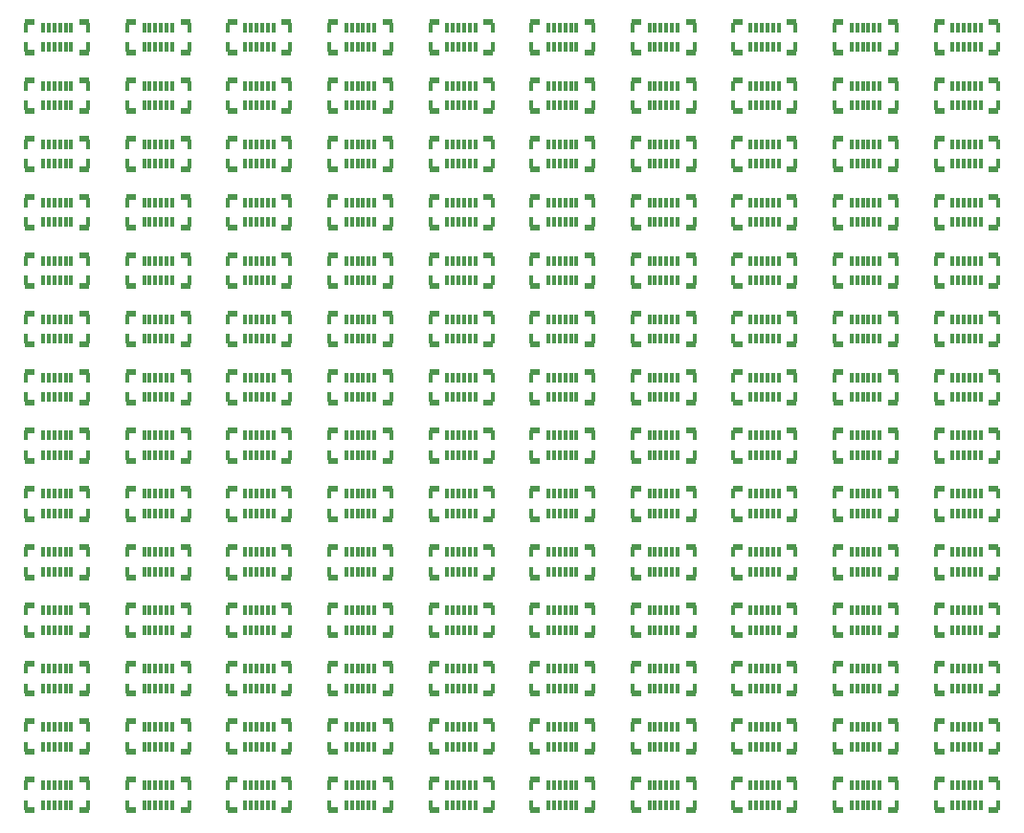
<source format=gbr>
%TF.GenerationSoftware,KiCad,Pcbnew,(6.0.7)*%
%TF.CreationDate,2023-04-07T20:00:28+08:00*%
%TF.ProjectId,MicroUSB2TypeCPanelization,4d696372-6f55-4534-9232-547970654350,rev?*%
%TF.SameCoordinates,Original*%
%TF.FileFunction,Soldermask,Top*%
%TF.FilePolarity,Negative*%
%FSLAX46Y46*%
G04 Gerber Fmt 4.6, Leading zero omitted, Abs format (unit mm)*
G04 Created by KiCad (PCBNEW (6.0.7)) date 2023-04-07 20:00:28*
%MOMM*%
%LPD*%
G01*
G04 APERTURE LIST*
G04 Aperture macros list*
%AMRoundRect*
0 Rectangle with rounded corners*
0 $1 Rounding radius*
0 $2 $3 $4 $5 $6 $7 $8 $9 X,Y pos of 4 corners*
0 Add a 4 corners polygon primitive as box body*
4,1,4,$2,$3,$4,$5,$6,$7,$8,$9,$2,$3,0*
0 Add four circle primitives for the rounded corners*
1,1,$1+$1,$2,$3*
1,1,$1+$1,$4,$5*
1,1,$1+$1,$6,$7*
1,1,$1+$1,$8,$9*
0 Add four rect primitives between the rounded corners*
20,1,$1+$1,$2,$3,$4,$5,0*
20,1,$1+$1,$4,$5,$6,$7,0*
20,1,$1+$1,$6,$7,$8,$9,0*
20,1,$1+$1,$8,$9,$2,$3,0*%
G04 Aperture macros list end*
%ADD10RoundRect,0.075000X-0.075000X-0.360000X0.075000X-0.360000X0.075000X0.360000X-0.075000X0.360000X0*%
%ADD11R,0.900000X0.500000*%
G04 APERTURE END LIST*
D10*
%TO.C,J279*%
X225792000Y-147241000D03*
X227292000Y-147241000D03*
X227792000Y-147241000D03*
X228292000Y-147241000D03*
X228792000Y-147241000D03*
X229292000Y-147241000D03*
X229792000Y-147241000D03*
X231292000Y-147241000D03*
X231292000Y-148971000D03*
X229792000Y-148971000D03*
X229292000Y-148971000D03*
X228792000Y-148971000D03*
X228292000Y-148971000D03*
X227792000Y-148971000D03*
X227292000Y-148971000D03*
X225792000Y-148971000D03*
D11*
X226142000Y-146756000D03*
X226142000Y-149456000D03*
X230942000Y-146756000D03*
X230942000Y-149456000D03*
%TD*%
D10*
%TO.C,J277*%
X216852000Y-147241000D03*
X218352000Y-147241000D03*
X218852000Y-147241000D03*
X219352000Y-147241000D03*
X219852000Y-147241000D03*
X220352000Y-147241000D03*
X220852000Y-147241000D03*
X222352000Y-147241000D03*
X222352000Y-148971000D03*
X220852000Y-148971000D03*
X220352000Y-148971000D03*
X219852000Y-148971000D03*
X219352000Y-148971000D03*
X218852000Y-148971000D03*
X218352000Y-148971000D03*
X216852000Y-148971000D03*
D11*
X217202000Y-146756000D03*
X217202000Y-149456000D03*
X222002000Y-146756000D03*
X222002000Y-149456000D03*
%TD*%
D10*
%TO.C,J275*%
X207912000Y-147241000D03*
X209412000Y-147241000D03*
X209912000Y-147241000D03*
X210412000Y-147241000D03*
X210912000Y-147241000D03*
X211412000Y-147241000D03*
X211912000Y-147241000D03*
X213412000Y-147241000D03*
X213412000Y-148971000D03*
X211912000Y-148971000D03*
X211412000Y-148971000D03*
X210912000Y-148971000D03*
X210412000Y-148971000D03*
X209912000Y-148971000D03*
X209412000Y-148971000D03*
X207912000Y-148971000D03*
D11*
X208262000Y-146756000D03*
X208262000Y-149456000D03*
X213062000Y-146756000D03*
X213062000Y-149456000D03*
%TD*%
D10*
%TO.C,J273*%
X198972000Y-147241000D03*
X200472000Y-147241000D03*
X200972000Y-147241000D03*
X201472000Y-147241000D03*
X201972000Y-147241000D03*
X202472000Y-147241000D03*
X202972000Y-147241000D03*
X204472000Y-147241000D03*
X204472000Y-148971000D03*
X202972000Y-148971000D03*
X202472000Y-148971000D03*
X201972000Y-148971000D03*
X201472000Y-148971000D03*
X200972000Y-148971000D03*
X200472000Y-148971000D03*
X198972000Y-148971000D03*
D11*
X199322000Y-146756000D03*
X199322000Y-149456000D03*
X204122000Y-146756000D03*
X204122000Y-149456000D03*
%TD*%
D10*
%TO.C,J271*%
X190032000Y-147241000D03*
X191532000Y-147241000D03*
X192032000Y-147241000D03*
X192532000Y-147241000D03*
X193032000Y-147241000D03*
X193532000Y-147241000D03*
X194032000Y-147241000D03*
X195532000Y-147241000D03*
X195532000Y-148971000D03*
X194032000Y-148971000D03*
X193532000Y-148971000D03*
X193032000Y-148971000D03*
X192532000Y-148971000D03*
X192032000Y-148971000D03*
X191532000Y-148971000D03*
X190032000Y-148971000D03*
D11*
X190382000Y-146756000D03*
X190382000Y-149456000D03*
X195182000Y-146756000D03*
X195182000Y-149456000D03*
%TD*%
D10*
%TO.C,J269*%
X181092000Y-147241000D03*
X182592000Y-147241000D03*
X183092000Y-147241000D03*
X183592000Y-147241000D03*
X184092000Y-147241000D03*
X184592000Y-147241000D03*
X185092000Y-147241000D03*
X186592000Y-147241000D03*
X186592000Y-148971000D03*
X185092000Y-148971000D03*
X184592000Y-148971000D03*
X184092000Y-148971000D03*
X183592000Y-148971000D03*
X183092000Y-148971000D03*
X182592000Y-148971000D03*
X181092000Y-148971000D03*
D11*
X181442000Y-146756000D03*
X181442000Y-149456000D03*
X186242000Y-146756000D03*
X186242000Y-149456000D03*
%TD*%
D10*
%TO.C,J267*%
X172152000Y-147241000D03*
X173652000Y-147241000D03*
X174152000Y-147241000D03*
X174652000Y-147241000D03*
X175152000Y-147241000D03*
X175652000Y-147241000D03*
X176152000Y-147241000D03*
X177652000Y-147241000D03*
X177652000Y-148971000D03*
X176152000Y-148971000D03*
X175652000Y-148971000D03*
X175152000Y-148971000D03*
X174652000Y-148971000D03*
X174152000Y-148971000D03*
X173652000Y-148971000D03*
X172152000Y-148971000D03*
D11*
X172502000Y-146756000D03*
X172502000Y-149456000D03*
X177302000Y-146756000D03*
X177302000Y-149456000D03*
%TD*%
D10*
%TO.C,J265*%
X163212000Y-147241000D03*
X164712000Y-147241000D03*
X165212000Y-147241000D03*
X165712000Y-147241000D03*
X166212000Y-147241000D03*
X166712000Y-147241000D03*
X167212000Y-147241000D03*
X168712000Y-147241000D03*
X168712000Y-148971000D03*
X167212000Y-148971000D03*
X166712000Y-148971000D03*
X166212000Y-148971000D03*
X165712000Y-148971000D03*
X165212000Y-148971000D03*
X164712000Y-148971000D03*
X163212000Y-148971000D03*
D11*
X163562000Y-146756000D03*
X163562000Y-149456000D03*
X168362000Y-146756000D03*
X168362000Y-149456000D03*
%TD*%
D10*
%TO.C,J263*%
X154272000Y-147241000D03*
X155772000Y-147241000D03*
X156272000Y-147241000D03*
X156772000Y-147241000D03*
X157272000Y-147241000D03*
X157772000Y-147241000D03*
X158272000Y-147241000D03*
X159772000Y-147241000D03*
X159772000Y-148971000D03*
X158272000Y-148971000D03*
X157772000Y-148971000D03*
X157272000Y-148971000D03*
X156772000Y-148971000D03*
X156272000Y-148971000D03*
X155772000Y-148971000D03*
X154272000Y-148971000D03*
D11*
X154622000Y-146756000D03*
X154622000Y-149456000D03*
X159422000Y-146756000D03*
X159422000Y-149456000D03*
%TD*%
D10*
%TO.C,J261*%
X145332000Y-147241000D03*
X146832000Y-147241000D03*
X147332000Y-147241000D03*
X147832000Y-147241000D03*
X148332000Y-147241000D03*
X148832000Y-147241000D03*
X149332000Y-147241000D03*
X150832000Y-147241000D03*
X150832000Y-148971000D03*
X149332000Y-148971000D03*
X148832000Y-148971000D03*
X148332000Y-148971000D03*
X147832000Y-148971000D03*
X147332000Y-148971000D03*
X146832000Y-148971000D03*
X145332000Y-148971000D03*
D11*
X145682000Y-146756000D03*
X145682000Y-149456000D03*
X150482000Y-146756000D03*
X150482000Y-149456000D03*
%TD*%
D10*
%TO.C,J259*%
X225792000Y-142081000D03*
X227292000Y-142081000D03*
X227792000Y-142081000D03*
X228292000Y-142081000D03*
X228792000Y-142081000D03*
X229292000Y-142081000D03*
X229792000Y-142081000D03*
X231292000Y-142081000D03*
X231292000Y-143811000D03*
X229792000Y-143811000D03*
X229292000Y-143811000D03*
X228792000Y-143811000D03*
X228292000Y-143811000D03*
X227792000Y-143811000D03*
X227292000Y-143811000D03*
X225792000Y-143811000D03*
D11*
X226142000Y-141596000D03*
X226142000Y-144296000D03*
X230942000Y-141596000D03*
X230942000Y-144296000D03*
%TD*%
D10*
%TO.C,J257*%
X216852000Y-142081000D03*
X218352000Y-142081000D03*
X218852000Y-142081000D03*
X219352000Y-142081000D03*
X219852000Y-142081000D03*
X220352000Y-142081000D03*
X220852000Y-142081000D03*
X222352000Y-142081000D03*
X222352000Y-143811000D03*
X220852000Y-143811000D03*
X220352000Y-143811000D03*
X219852000Y-143811000D03*
X219352000Y-143811000D03*
X218852000Y-143811000D03*
X218352000Y-143811000D03*
X216852000Y-143811000D03*
D11*
X217202000Y-141596000D03*
X217202000Y-144296000D03*
X222002000Y-141596000D03*
X222002000Y-144296000D03*
%TD*%
D10*
%TO.C,J255*%
X207912000Y-142081000D03*
X209412000Y-142081000D03*
X209912000Y-142081000D03*
X210412000Y-142081000D03*
X210912000Y-142081000D03*
X211412000Y-142081000D03*
X211912000Y-142081000D03*
X213412000Y-142081000D03*
X213412000Y-143811000D03*
X211912000Y-143811000D03*
X211412000Y-143811000D03*
X210912000Y-143811000D03*
X210412000Y-143811000D03*
X209912000Y-143811000D03*
X209412000Y-143811000D03*
X207912000Y-143811000D03*
D11*
X208262000Y-141596000D03*
X208262000Y-144296000D03*
X213062000Y-141596000D03*
X213062000Y-144296000D03*
%TD*%
D10*
%TO.C,J253*%
X198972000Y-142081000D03*
X200472000Y-142081000D03*
X200972000Y-142081000D03*
X201472000Y-142081000D03*
X201972000Y-142081000D03*
X202472000Y-142081000D03*
X202972000Y-142081000D03*
X204472000Y-142081000D03*
X204472000Y-143811000D03*
X202972000Y-143811000D03*
X202472000Y-143811000D03*
X201972000Y-143811000D03*
X201472000Y-143811000D03*
X200972000Y-143811000D03*
X200472000Y-143811000D03*
X198972000Y-143811000D03*
D11*
X199322000Y-141596000D03*
X199322000Y-144296000D03*
X204122000Y-141596000D03*
X204122000Y-144296000D03*
%TD*%
D10*
%TO.C,J251*%
X190032000Y-142081000D03*
X191532000Y-142081000D03*
X192032000Y-142081000D03*
X192532000Y-142081000D03*
X193032000Y-142081000D03*
X193532000Y-142081000D03*
X194032000Y-142081000D03*
X195532000Y-142081000D03*
X195532000Y-143811000D03*
X194032000Y-143811000D03*
X193532000Y-143811000D03*
X193032000Y-143811000D03*
X192532000Y-143811000D03*
X192032000Y-143811000D03*
X191532000Y-143811000D03*
X190032000Y-143811000D03*
D11*
X190382000Y-141596000D03*
X190382000Y-144296000D03*
X195182000Y-141596000D03*
X195182000Y-144296000D03*
%TD*%
D10*
%TO.C,J249*%
X181092000Y-142081000D03*
X182592000Y-142081000D03*
X183092000Y-142081000D03*
X183592000Y-142081000D03*
X184092000Y-142081000D03*
X184592000Y-142081000D03*
X185092000Y-142081000D03*
X186592000Y-142081000D03*
X186592000Y-143811000D03*
X185092000Y-143811000D03*
X184592000Y-143811000D03*
X184092000Y-143811000D03*
X183592000Y-143811000D03*
X183092000Y-143811000D03*
X182592000Y-143811000D03*
X181092000Y-143811000D03*
D11*
X181442000Y-141596000D03*
X181442000Y-144296000D03*
X186242000Y-141596000D03*
X186242000Y-144296000D03*
%TD*%
D10*
%TO.C,J247*%
X172152000Y-142081000D03*
X173652000Y-142081000D03*
X174152000Y-142081000D03*
X174652000Y-142081000D03*
X175152000Y-142081000D03*
X175652000Y-142081000D03*
X176152000Y-142081000D03*
X177652000Y-142081000D03*
X177652000Y-143811000D03*
X176152000Y-143811000D03*
X175652000Y-143811000D03*
X175152000Y-143811000D03*
X174652000Y-143811000D03*
X174152000Y-143811000D03*
X173652000Y-143811000D03*
X172152000Y-143811000D03*
D11*
X172502000Y-141596000D03*
X172502000Y-144296000D03*
X177302000Y-141596000D03*
X177302000Y-144296000D03*
%TD*%
D10*
%TO.C,J245*%
X163212000Y-142081000D03*
X164712000Y-142081000D03*
X165212000Y-142081000D03*
X165712000Y-142081000D03*
X166212000Y-142081000D03*
X166712000Y-142081000D03*
X167212000Y-142081000D03*
X168712000Y-142081000D03*
X168712000Y-143811000D03*
X167212000Y-143811000D03*
X166712000Y-143811000D03*
X166212000Y-143811000D03*
X165712000Y-143811000D03*
X165212000Y-143811000D03*
X164712000Y-143811000D03*
X163212000Y-143811000D03*
D11*
X163562000Y-141596000D03*
X163562000Y-144296000D03*
X168362000Y-141596000D03*
X168362000Y-144296000D03*
%TD*%
D10*
%TO.C,J243*%
X154272000Y-142081000D03*
X155772000Y-142081000D03*
X156272000Y-142081000D03*
X156772000Y-142081000D03*
X157272000Y-142081000D03*
X157772000Y-142081000D03*
X158272000Y-142081000D03*
X159772000Y-142081000D03*
X159772000Y-143811000D03*
X158272000Y-143811000D03*
X157772000Y-143811000D03*
X157272000Y-143811000D03*
X156772000Y-143811000D03*
X156272000Y-143811000D03*
X155772000Y-143811000D03*
X154272000Y-143811000D03*
D11*
X154622000Y-141596000D03*
X154622000Y-144296000D03*
X159422000Y-141596000D03*
X159422000Y-144296000D03*
%TD*%
D10*
%TO.C,J241*%
X145332000Y-142081000D03*
X146832000Y-142081000D03*
X147332000Y-142081000D03*
X147832000Y-142081000D03*
X148332000Y-142081000D03*
X148832000Y-142081000D03*
X149332000Y-142081000D03*
X150832000Y-142081000D03*
X150832000Y-143811000D03*
X149332000Y-143811000D03*
X148832000Y-143811000D03*
X148332000Y-143811000D03*
X147832000Y-143811000D03*
X147332000Y-143811000D03*
X146832000Y-143811000D03*
X145332000Y-143811000D03*
D11*
X145682000Y-141596000D03*
X145682000Y-144296000D03*
X150482000Y-141596000D03*
X150482000Y-144296000D03*
%TD*%
D10*
%TO.C,J239*%
X225792000Y-136921000D03*
X227292000Y-136921000D03*
X227792000Y-136921000D03*
X228292000Y-136921000D03*
X228792000Y-136921000D03*
X229292000Y-136921000D03*
X229792000Y-136921000D03*
X231292000Y-136921000D03*
X231292000Y-138651000D03*
X229792000Y-138651000D03*
X229292000Y-138651000D03*
X228792000Y-138651000D03*
X228292000Y-138651000D03*
X227792000Y-138651000D03*
X227292000Y-138651000D03*
X225792000Y-138651000D03*
D11*
X226142000Y-136436000D03*
X226142000Y-139136000D03*
X230942000Y-136436000D03*
X230942000Y-139136000D03*
%TD*%
D10*
%TO.C,J237*%
X216852000Y-136921000D03*
X218352000Y-136921000D03*
X218852000Y-136921000D03*
X219352000Y-136921000D03*
X219852000Y-136921000D03*
X220352000Y-136921000D03*
X220852000Y-136921000D03*
X222352000Y-136921000D03*
X222352000Y-138651000D03*
X220852000Y-138651000D03*
X220352000Y-138651000D03*
X219852000Y-138651000D03*
X219352000Y-138651000D03*
X218852000Y-138651000D03*
X218352000Y-138651000D03*
X216852000Y-138651000D03*
D11*
X217202000Y-136436000D03*
X217202000Y-139136000D03*
X222002000Y-136436000D03*
X222002000Y-139136000D03*
%TD*%
D10*
%TO.C,J235*%
X207912000Y-136921000D03*
X209412000Y-136921000D03*
X209912000Y-136921000D03*
X210412000Y-136921000D03*
X210912000Y-136921000D03*
X211412000Y-136921000D03*
X211912000Y-136921000D03*
X213412000Y-136921000D03*
X213412000Y-138651000D03*
X211912000Y-138651000D03*
X211412000Y-138651000D03*
X210912000Y-138651000D03*
X210412000Y-138651000D03*
X209912000Y-138651000D03*
X209412000Y-138651000D03*
X207912000Y-138651000D03*
D11*
X208262000Y-136436000D03*
X208262000Y-139136000D03*
X213062000Y-136436000D03*
X213062000Y-139136000D03*
%TD*%
D10*
%TO.C,J233*%
X198972000Y-136921000D03*
X200472000Y-136921000D03*
X200972000Y-136921000D03*
X201472000Y-136921000D03*
X201972000Y-136921000D03*
X202472000Y-136921000D03*
X202972000Y-136921000D03*
X204472000Y-136921000D03*
X204472000Y-138651000D03*
X202972000Y-138651000D03*
X202472000Y-138651000D03*
X201972000Y-138651000D03*
X201472000Y-138651000D03*
X200972000Y-138651000D03*
X200472000Y-138651000D03*
X198972000Y-138651000D03*
D11*
X199322000Y-136436000D03*
X199322000Y-139136000D03*
X204122000Y-136436000D03*
X204122000Y-139136000D03*
%TD*%
D10*
%TO.C,J231*%
X190032000Y-136921000D03*
X191532000Y-136921000D03*
X192032000Y-136921000D03*
X192532000Y-136921000D03*
X193032000Y-136921000D03*
X193532000Y-136921000D03*
X194032000Y-136921000D03*
X195532000Y-136921000D03*
X195532000Y-138651000D03*
X194032000Y-138651000D03*
X193532000Y-138651000D03*
X193032000Y-138651000D03*
X192532000Y-138651000D03*
X192032000Y-138651000D03*
X191532000Y-138651000D03*
X190032000Y-138651000D03*
D11*
X190382000Y-136436000D03*
X190382000Y-139136000D03*
X195182000Y-136436000D03*
X195182000Y-139136000D03*
%TD*%
D10*
%TO.C,J229*%
X181092000Y-136921000D03*
X182592000Y-136921000D03*
X183092000Y-136921000D03*
X183592000Y-136921000D03*
X184092000Y-136921000D03*
X184592000Y-136921000D03*
X185092000Y-136921000D03*
X186592000Y-136921000D03*
X186592000Y-138651000D03*
X185092000Y-138651000D03*
X184592000Y-138651000D03*
X184092000Y-138651000D03*
X183592000Y-138651000D03*
X183092000Y-138651000D03*
X182592000Y-138651000D03*
X181092000Y-138651000D03*
D11*
X181442000Y-136436000D03*
X181442000Y-139136000D03*
X186242000Y-136436000D03*
X186242000Y-139136000D03*
%TD*%
D10*
%TO.C,J227*%
X172152000Y-136921000D03*
X173652000Y-136921000D03*
X174152000Y-136921000D03*
X174652000Y-136921000D03*
X175152000Y-136921000D03*
X175652000Y-136921000D03*
X176152000Y-136921000D03*
X177652000Y-136921000D03*
X177652000Y-138651000D03*
X176152000Y-138651000D03*
X175652000Y-138651000D03*
X175152000Y-138651000D03*
X174652000Y-138651000D03*
X174152000Y-138651000D03*
X173652000Y-138651000D03*
X172152000Y-138651000D03*
D11*
X172502000Y-136436000D03*
X172502000Y-139136000D03*
X177302000Y-136436000D03*
X177302000Y-139136000D03*
%TD*%
D10*
%TO.C,J225*%
X163212000Y-136921000D03*
X164712000Y-136921000D03*
X165212000Y-136921000D03*
X165712000Y-136921000D03*
X166212000Y-136921000D03*
X166712000Y-136921000D03*
X167212000Y-136921000D03*
X168712000Y-136921000D03*
X168712000Y-138651000D03*
X167212000Y-138651000D03*
X166712000Y-138651000D03*
X166212000Y-138651000D03*
X165712000Y-138651000D03*
X165212000Y-138651000D03*
X164712000Y-138651000D03*
X163212000Y-138651000D03*
D11*
X163562000Y-136436000D03*
X163562000Y-139136000D03*
X168362000Y-136436000D03*
X168362000Y-139136000D03*
%TD*%
D10*
%TO.C,J223*%
X154272000Y-136921000D03*
X155772000Y-136921000D03*
X156272000Y-136921000D03*
X156772000Y-136921000D03*
X157272000Y-136921000D03*
X157772000Y-136921000D03*
X158272000Y-136921000D03*
X159772000Y-136921000D03*
X159772000Y-138651000D03*
X158272000Y-138651000D03*
X157772000Y-138651000D03*
X157272000Y-138651000D03*
X156772000Y-138651000D03*
X156272000Y-138651000D03*
X155772000Y-138651000D03*
X154272000Y-138651000D03*
D11*
X154622000Y-136436000D03*
X154622000Y-139136000D03*
X159422000Y-136436000D03*
X159422000Y-139136000D03*
%TD*%
D10*
%TO.C,J221*%
X145332000Y-136921000D03*
X146832000Y-136921000D03*
X147332000Y-136921000D03*
X147832000Y-136921000D03*
X148332000Y-136921000D03*
X148832000Y-136921000D03*
X149332000Y-136921000D03*
X150832000Y-136921000D03*
X150832000Y-138651000D03*
X149332000Y-138651000D03*
X148832000Y-138651000D03*
X148332000Y-138651000D03*
X147832000Y-138651000D03*
X147332000Y-138651000D03*
X146832000Y-138651000D03*
X145332000Y-138651000D03*
D11*
X145682000Y-136436000D03*
X145682000Y-139136000D03*
X150482000Y-136436000D03*
X150482000Y-139136000D03*
%TD*%
D10*
%TO.C,J219*%
X225792000Y-131761000D03*
X227292000Y-131761000D03*
X227792000Y-131761000D03*
X228292000Y-131761000D03*
X228792000Y-131761000D03*
X229292000Y-131761000D03*
X229792000Y-131761000D03*
X231292000Y-131761000D03*
X231292000Y-133491000D03*
X229792000Y-133491000D03*
X229292000Y-133491000D03*
X228792000Y-133491000D03*
X228292000Y-133491000D03*
X227792000Y-133491000D03*
X227292000Y-133491000D03*
X225792000Y-133491000D03*
D11*
X226142000Y-131276000D03*
X226142000Y-133976000D03*
X230942000Y-131276000D03*
X230942000Y-133976000D03*
%TD*%
D10*
%TO.C,J217*%
X216852000Y-131761000D03*
X218352000Y-131761000D03*
X218852000Y-131761000D03*
X219352000Y-131761000D03*
X219852000Y-131761000D03*
X220352000Y-131761000D03*
X220852000Y-131761000D03*
X222352000Y-131761000D03*
X222352000Y-133491000D03*
X220852000Y-133491000D03*
X220352000Y-133491000D03*
X219852000Y-133491000D03*
X219352000Y-133491000D03*
X218852000Y-133491000D03*
X218352000Y-133491000D03*
X216852000Y-133491000D03*
D11*
X217202000Y-131276000D03*
X217202000Y-133976000D03*
X222002000Y-131276000D03*
X222002000Y-133976000D03*
%TD*%
D10*
%TO.C,J215*%
X207912000Y-131761000D03*
X209412000Y-131761000D03*
X209912000Y-131761000D03*
X210412000Y-131761000D03*
X210912000Y-131761000D03*
X211412000Y-131761000D03*
X211912000Y-131761000D03*
X213412000Y-131761000D03*
X213412000Y-133491000D03*
X211912000Y-133491000D03*
X211412000Y-133491000D03*
X210912000Y-133491000D03*
X210412000Y-133491000D03*
X209912000Y-133491000D03*
X209412000Y-133491000D03*
X207912000Y-133491000D03*
D11*
X208262000Y-131276000D03*
X208262000Y-133976000D03*
X213062000Y-131276000D03*
X213062000Y-133976000D03*
%TD*%
D10*
%TO.C,J213*%
X198972000Y-131761000D03*
X200472000Y-131761000D03*
X200972000Y-131761000D03*
X201472000Y-131761000D03*
X201972000Y-131761000D03*
X202472000Y-131761000D03*
X202972000Y-131761000D03*
X204472000Y-131761000D03*
X204472000Y-133491000D03*
X202972000Y-133491000D03*
X202472000Y-133491000D03*
X201972000Y-133491000D03*
X201472000Y-133491000D03*
X200972000Y-133491000D03*
X200472000Y-133491000D03*
X198972000Y-133491000D03*
D11*
X199322000Y-131276000D03*
X199322000Y-133976000D03*
X204122000Y-131276000D03*
X204122000Y-133976000D03*
%TD*%
D10*
%TO.C,J211*%
X190032000Y-131761000D03*
X191532000Y-131761000D03*
X192032000Y-131761000D03*
X192532000Y-131761000D03*
X193032000Y-131761000D03*
X193532000Y-131761000D03*
X194032000Y-131761000D03*
X195532000Y-131761000D03*
X195532000Y-133491000D03*
X194032000Y-133491000D03*
X193532000Y-133491000D03*
X193032000Y-133491000D03*
X192532000Y-133491000D03*
X192032000Y-133491000D03*
X191532000Y-133491000D03*
X190032000Y-133491000D03*
D11*
X190382000Y-131276000D03*
X190382000Y-133976000D03*
X195182000Y-131276000D03*
X195182000Y-133976000D03*
%TD*%
D10*
%TO.C,J209*%
X181092000Y-131761000D03*
X182592000Y-131761000D03*
X183092000Y-131761000D03*
X183592000Y-131761000D03*
X184092000Y-131761000D03*
X184592000Y-131761000D03*
X185092000Y-131761000D03*
X186592000Y-131761000D03*
X186592000Y-133491000D03*
X185092000Y-133491000D03*
X184592000Y-133491000D03*
X184092000Y-133491000D03*
X183592000Y-133491000D03*
X183092000Y-133491000D03*
X182592000Y-133491000D03*
X181092000Y-133491000D03*
D11*
X181442000Y-131276000D03*
X181442000Y-133976000D03*
X186242000Y-131276000D03*
X186242000Y-133976000D03*
%TD*%
D10*
%TO.C,J207*%
X172152000Y-131761000D03*
X173652000Y-131761000D03*
X174152000Y-131761000D03*
X174652000Y-131761000D03*
X175152000Y-131761000D03*
X175652000Y-131761000D03*
X176152000Y-131761000D03*
X177652000Y-131761000D03*
X177652000Y-133491000D03*
X176152000Y-133491000D03*
X175652000Y-133491000D03*
X175152000Y-133491000D03*
X174652000Y-133491000D03*
X174152000Y-133491000D03*
X173652000Y-133491000D03*
X172152000Y-133491000D03*
D11*
X172502000Y-131276000D03*
X172502000Y-133976000D03*
X177302000Y-131276000D03*
X177302000Y-133976000D03*
%TD*%
D10*
%TO.C,J205*%
X163212000Y-131761000D03*
X164712000Y-131761000D03*
X165212000Y-131761000D03*
X165712000Y-131761000D03*
X166212000Y-131761000D03*
X166712000Y-131761000D03*
X167212000Y-131761000D03*
X168712000Y-131761000D03*
X168712000Y-133491000D03*
X167212000Y-133491000D03*
X166712000Y-133491000D03*
X166212000Y-133491000D03*
X165712000Y-133491000D03*
X165212000Y-133491000D03*
X164712000Y-133491000D03*
X163212000Y-133491000D03*
D11*
X163562000Y-131276000D03*
X163562000Y-133976000D03*
X168362000Y-131276000D03*
X168362000Y-133976000D03*
%TD*%
D10*
%TO.C,J203*%
X154272000Y-131761000D03*
X155772000Y-131761000D03*
X156272000Y-131761000D03*
X156772000Y-131761000D03*
X157272000Y-131761000D03*
X157772000Y-131761000D03*
X158272000Y-131761000D03*
X159772000Y-131761000D03*
X159772000Y-133491000D03*
X158272000Y-133491000D03*
X157772000Y-133491000D03*
X157272000Y-133491000D03*
X156772000Y-133491000D03*
X156272000Y-133491000D03*
X155772000Y-133491000D03*
X154272000Y-133491000D03*
D11*
X154622000Y-131276000D03*
X154622000Y-133976000D03*
X159422000Y-131276000D03*
X159422000Y-133976000D03*
%TD*%
D10*
%TO.C,J201*%
X145332000Y-131761000D03*
X146832000Y-131761000D03*
X147332000Y-131761000D03*
X147832000Y-131761000D03*
X148332000Y-131761000D03*
X148832000Y-131761000D03*
X149332000Y-131761000D03*
X150832000Y-131761000D03*
X150832000Y-133491000D03*
X149332000Y-133491000D03*
X148832000Y-133491000D03*
X148332000Y-133491000D03*
X147832000Y-133491000D03*
X147332000Y-133491000D03*
X146832000Y-133491000D03*
X145332000Y-133491000D03*
D11*
X145682000Y-131276000D03*
X145682000Y-133976000D03*
X150482000Y-131276000D03*
X150482000Y-133976000D03*
%TD*%
D10*
%TO.C,J199*%
X225792000Y-126601000D03*
X227292000Y-126601000D03*
X227792000Y-126601000D03*
X228292000Y-126601000D03*
X228792000Y-126601000D03*
X229292000Y-126601000D03*
X229792000Y-126601000D03*
X231292000Y-126601000D03*
X231292000Y-128331000D03*
X229792000Y-128331000D03*
X229292000Y-128331000D03*
X228792000Y-128331000D03*
X228292000Y-128331000D03*
X227792000Y-128331000D03*
X227292000Y-128331000D03*
X225792000Y-128331000D03*
D11*
X226142000Y-126116000D03*
X226142000Y-128816000D03*
X230942000Y-126116000D03*
X230942000Y-128816000D03*
%TD*%
D10*
%TO.C,J197*%
X216852000Y-126601000D03*
X218352000Y-126601000D03*
X218852000Y-126601000D03*
X219352000Y-126601000D03*
X219852000Y-126601000D03*
X220352000Y-126601000D03*
X220852000Y-126601000D03*
X222352000Y-126601000D03*
X222352000Y-128331000D03*
X220852000Y-128331000D03*
X220352000Y-128331000D03*
X219852000Y-128331000D03*
X219352000Y-128331000D03*
X218852000Y-128331000D03*
X218352000Y-128331000D03*
X216852000Y-128331000D03*
D11*
X217202000Y-126116000D03*
X217202000Y-128816000D03*
X222002000Y-126116000D03*
X222002000Y-128816000D03*
%TD*%
D10*
%TO.C,J195*%
X207912000Y-126601000D03*
X209412000Y-126601000D03*
X209912000Y-126601000D03*
X210412000Y-126601000D03*
X210912000Y-126601000D03*
X211412000Y-126601000D03*
X211912000Y-126601000D03*
X213412000Y-126601000D03*
X213412000Y-128331000D03*
X211912000Y-128331000D03*
X211412000Y-128331000D03*
X210912000Y-128331000D03*
X210412000Y-128331000D03*
X209912000Y-128331000D03*
X209412000Y-128331000D03*
X207912000Y-128331000D03*
D11*
X208262000Y-126116000D03*
X208262000Y-128816000D03*
X213062000Y-126116000D03*
X213062000Y-128816000D03*
%TD*%
D10*
%TO.C,J193*%
X198972000Y-126601000D03*
X200472000Y-126601000D03*
X200972000Y-126601000D03*
X201472000Y-126601000D03*
X201972000Y-126601000D03*
X202472000Y-126601000D03*
X202972000Y-126601000D03*
X204472000Y-126601000D03*
X204472000Y-128331000D03*
X202972000Y-128331000D03*
X202472000Y-128331000D03*
X201972000Y-128331000D03*
X201472000Y-128331000D03*
X200972000Y-128331000D03*
X200472000Y-128331000D03*
X198972000Y-128331000D03*
D11*
X199322000Y-126116000D03*
X199322000Y-128816000D03*
X204122000Y-126116000D03*
X204122000Y-128816000D03*
%TD*%
D10*
%TO.C,J191*%
X190032000Y-126601000D03*
X191532000Y-126601000D03*
X192032000Y-126601000D03*
X192532000Y-126601000D03*
X193032000Y-126601000D03*
X193532000Y-126601000D03*
X194032000Y-126601000D03*
X195532000Y-126601000D03*
X195532000Y-128331000D03*
X194032000Y-128331000D03*
X193532000Y-128331000D03*
X193032000Y-128331000D03*
X192532000Y-128331000D03*
X192032000Y-128331000D03*
X191532000Y-128331000D03*
X190032000Y-128331000D03*
D11*
X190382000Y-126116000D03*
X190382000Y-128816000D03*
X195182000Y-126116000D03*
X195182000Y-128816000D03*
%TD*%
D10*
%TO.C,J189*%
X181092000Y-126601000D03*
X182592000Y-126601000D03*
X183092000Y-126601000D03*
X183592000Y-126601000D03*
X184092000Y-126601000D03*
X184592000Y-126601000D03*
X185092000Y-126601000D03*
X186592000Y-126601000D03*
X186592000Y-128331000D03*
X185092000Y-128331000D03*
X184592000Y-128331000D03*
X184092000Y-128331000D03*
X183592000Y-128331000D03*
X183092000Y-128331000D03*
X182592000Y-128331000D03*
X181092000Y-128331000D03*
D11*
X181442000Y-126116000D03*
X181442000Y-128816000D03*
X186242000Y-126116000D03*
X186242000Y-128816000D03*
%TD*%
D10*
%TO.C,J187*%
X172152000Y-126601000D03*
X173652000Y-126601000D03*
X174152000Y-126601000D03*
X174652000Y-126601000D03*
X175152000Y-126601000D03*
X175652000Y-126601000D03*
X176152000Y-126601000D03*
X177652000Y-126601000D03*
X177652000Y-128331000D03*
X176152000Y-128331000D03*
X175652000Y-128331000D03*
X175152000Y-128331000D03*
X174652000Y-128331000D03*
X174152000Y-128331000D03*
X173652000Y-128331000D03*
X172152000Y-128331000D03*
D11*
X172502000Y-126116000D03*
X172502000Y-128816000D03*
X177302000Y-126116000D03*
X177302000Y-128816000D03*
%TD*%
D10*
%TO.C,J185*%
X163212000Y-126601000D03*
X164712000Y-126601000D03*
X165212000Y-126601000D03*
X165712000Y-126601000D03*
X166212000Y-126601000D03*
X166712000Y-126601000D03*
X167212000Y-126601000D03*
X168712000Y-126601000D03*
X168712000Y-128331000D03*
X167212000Y-128331000D03*
X166712000Y-128331000D03*
X166212000Y-128331000D03*
X165712000Y-128331000D03*
X165212000Y-128331000D03*
X164712000Y-128331000D03*
X163212000Y-128331000D03*
D11*
X163562000Y-126116000D03*
X163562000Y-128816000D03*
X168362000Y-126116000D03*
X168362000Y-128816000D03*
%TD*%
D10*
%TO.C,J183*%
X154272000Y-126601000D03*
X155772000Y-126601000D03*
X156272000Y-126601000D03*
X156772000Y-126601000D03*
X157272000Y-126601000D03*
X157772000Y-126601000D03*
X158272000Y-126601000D03*
X159772000Y-126601000D03*
X159772000Y-128331000D03*
X158272000Y-128331000D03*
X157772000Y-128331000D03*
X157272000Y-128331000D03*
X156772000Y-128331000D03*
X156272000Y-128331000D03*
X155772000Y-128331000D03*
X154272000Y-128331000D03*
D11*
X154622000Y-126116000D03*
X154622000Y-128816000D03*
X159422000Y-126116000D03*
X159422000Y-128816000D03*
%TD*%
D10*
%TO.C,J181*%
X145332000Y-126601000D03*
X146832000Y-126601000D03*
X147332000Y-126601000D03*
X147832000Y-126601000D03*
X148332000Y-126601000D03*
X148832000Y-126601000D03*
X149332000Y-126601000D03*
X150832000Y-126601000D03*
X150832000Y-128331000D03*
X149332000Y-128331000D03*
X148832000Y-128331000D03*
X148332000Y-128331000D03*
X147832000Y-128331000D03*
X147332000Y-128331000D03*
X146832000Y-128331000D03*
X145332000Y-128331000D03*
D11*
X145682000Y-126116000D03*
X145682000Y-128816000D03*
X150482000Y-126116000D03*
X150482000Y-128816000D03*
%TD*%
D10*
%TO.C,J179*%
X225792000Y-121441000D03*
X227292000Y-121441000D03*
X227792000Y-121441000D03*
X228292000Y-121441000D03*
X228792000Y-121441000D03*
X229292000Y-121441000D03*
X229792000Y-121441000D03*
X231292000Y-121441000D03*
X231292000Y-123171000D03*
X229792000Y-123171000D03*
X229292000Y-123171000D03*
X228792000Y-123171000D03*
X228292000Y-123171000D03*
X227792000Y-123171000D03*
X227292000Y-123171000D03*
X225792000Y-123171000D03*
D11*
X226142000Y-120956000D03*
X226142000Y-123656000D03*
X230942000Y-120956000D03*
X230942000Y-123656000D03*
%TD*%
D10*
%TO.C,J177*%
X216852000Y-121441000D03*
X218352000Y-121441000D03*
X218852000Y-121441000D03*
X219352000Y-121441000D03*
X219852000Y-121441000D03*
X220352000Y-121441000D03*
X220852000Y-121441000D03*
X222352000Y-121441000D03*
X222352000Y-123171000D03*
X220852000Y-123171000D03*
X220352000Y-123171000D03*
X219852000Y-123171000D03*
X219352000Y-123171000D03*
X218852000Y-123171000D03*
X218352000Y-123171000D03*
X216852000Y-123171000D03*
D11*
X217202000Y-120956000D03*
X217202000Y-123656000D03*
X222002000Y-120956000D03*
X222002000Y-123656000D03*
%TD*%
D10*
%TO.C,J175*%
X207912000Y-121441000D03*
X209412000Y-121441000D03*
X209912000Y-121441000D03*
X210412000Y-121441000D03*
X210912000Y-121441000D03*
X211412000Y-121441000D03*
X211912000Y-121441000D03*
X213412000Y-121441000D03*
X213412000Y-123171000D03*
X211912000Y-123171000D03*
X211412000Y-123171000D03*
X210912000Y-123171000D03*
X210412000Y-123171000D03*
X209912000Y-123171000D03*
X209412000Y-123171000D03*
X207912000Y-123171000D03*
D11*
X208262000Y-120956000D03*
X208262000Y-123656000D03*
X213062000Y-120956000D03*
X213062000Y-123656000D03*
%TD*%
D10*
%TO.C,J173*%
X198972000Y-121441000D03*
X200472000Y-121441000D03*
X200972000Y-121441000D03*
X201472000Y-121441000D03*
X201972000Y-121441000D03*
X202472000Y-121441000D03*
X202972000Y-121441000D03*
X204472000Y-121441000D03*
X204472000Y-123171000D03*
X202972000Y-123171000D03*
X202472000Y-123171000D03*
X201972000Y-123171000D03*
X201472000Y-123171000D03*
X200972000Y-123171000D03*
X200472000Y-123171000D03*
X198972000Y-123171000D03*
D11*
X199322000Y-120956000D03*
X199322000Y-123656000D03*
X204122000Y-120956000D03*
X204122000Y-123656000D03*
%TD*%
D10*
%TO.C,J171*%
X190032000Y-121441000D03*
X191532000Y-121441000D03*
X192032000Y-121441000D03*
X192532000Y-121441000D03*
X193032000Y-121441000D03*
X193532000Y-121441000D03*
X194032000Y-121441000D03*
X195532000Y-121441000D03*
X195532000Y-123171000D03*
X194032000Y-123171000D03*
X193532000Y-123171000D03*
X193032000Y-123171000D03*
X192532000Y-123171000D03*
X192032000Y-123171000D03*
X191532000Y-123171000D03*
X190032000Y-123171000D03*
D11*
X190382000Y-120956000D03*
X190382000Y-123656000D03*
X195182000Y-120956000D03*
X195182000Y-123656000D03*
%TD*%
D10*
%TO.C,J169*%
X181092000Y-121441000D03*
X182592000Y-121441000D03*
X183092000Y-121441000D03*
X183592000Y-121441000D03*
X184092000Y-121441000D03*
X184592000Y-121441000D03*
X185092000Y-121441000D03*
X186592000Y-121441000D03*
X186592000Y-123171000D03*
X185092000Y-123171000D03*
X184592000Y-123171000D03*
X184092000Y-123171000D03*
X183592000Y-123171000D03*
X183092000Y-123171000D03*
X182592000Y-123171000D03*
X181092000Y-123171000D03*
D11*
X181442000Y-120956000D03*
X181442000Y-123656000D03*
X186242000Y-120956000D03*
X186242000Y-123656000D03*
%TD*%
D10*
%TO.C,J167*%
X172152000Y-121441000D03*
X173652000Y-121441000D03*
X174152000Y-121441000D03*
X174652000Y-121441000D03*
X175152000Y-121441000D03*
X175652000Y-121441000D03*
X176152000Y-121441000D03*
X177652000Y-121441000D03*
X177652000Y-123171000D03*
X176152000Y-123171000D03*
X175652000Y-123171000D03*
X175152000Y-123171000D03*
X174652000Y-123171000D03*
X174152000Y-123171000D03*
X173652000Y-123171000D03*
X172152000Y-123171000D03*
D11*
X172502000Y-120956000D03*
X172502000Y-123656000D03*
X177302000Y-120956000D03*
X177302000Y-123656000D03*
%TD*%
D10*
%TO.C,J165*%
X163212000Y-121441000D03*
X164712000Y-121441000D03*
X165212000Y-121441000D03*
X165712000Y-121441000D03*
X166212000Y-121441000D03*
X166712000Y-121441000D03*
X167212000Y-121441000D03*
X168712000Y-121441000D03*
X168712000Y-123171000D03*
X167212000Y-123171000D03*
X166712000Y-123171000D03*
X166212000Y-123171000D03*
X165712000Y-123171000D03*
X165212000Y-123171000D03*
X164712000Y-123171000D03*
X163212000Y-123171000D03*
D11*
X163562000Y-120956000D03*
X163562000Y-123656000D03*
X168362000Y-120956000D03*
X168362000Y-123656000D03*
%TD*%
D10*
%TO.C,J163*%
X154272000Y-121441000D03*
X155772000Y-121441000D03*
X156272000Y-121441000D03*
X156772000Y-121441000D03*
X157272000Y-121441000D03*
X157772000Y-121441000D03*
X158272000Y-121441000D03*
X159772000Y-121441000D03*
X159772000Y-123171000D03*
X158272000Y-123171000D03*
X157772000Y-123171000D03*
X157272000Y-123171000D03*
X156772000Y-123171000D03*
X156272000Y-123171000D03*
X155772000Y-123171000D03*
X154272000Y-123171000D03*
D11*
X154622000Y-120956000D03*
X154622000Y-123656000D03*
X159422000Y-120956000D03*
X159422000Y-123656000D03*
%TD*%
D10*
%TO.C,J161*%
X145332000Y-121441000D03*
X146832000Y-121441000D03*
X147332000Y-121441000D03*
X147832000Y-121441000D03*
X148332000Y-121441000D03*
X148832000Y-121441000D03*
X149332000Y-121441000D03*
X150832000Y-121441000D03*
X150832000Y-123171000D03*
X149332000Y-123171000D03*
X148832000Y-123171000D03*
X148332000Y-123171000D03*
X147832000Y-123171000D03*
X147332000Y-123171000D03*
X146832000Y-123171000D03*
X145332000Y-123171000D03*
D11*
X145682000Y-120956000D03*
X145682000Y-123656000D03*
X150482000Y-120956000D03*
X150482000Y-123656000D03*
%TD*%
D10*
%TO.C,J159*%
X225792000Y-116281000D03*
X227292000Y-116281000D03*
X227792000Y-116281000D03*
X228292000Y-116281000D03*
X228792000Y-116281000D03*
X229292000Y-116281000D03*
X229792000Y-116281000D03*
X231292000Y-116281000D03*
X231292000Y-118011000D03*
X229792000Y-118011000D03*
X229292000Y-118011000D03*
X228792000Y-118011000D03*
X228292000Y-118011000D03*
X227792000Y-118011000D03*
X227292000Y-118011000D03*
X225792000Y-118011000D03*
D11*
X226142000Y-115796000D03*
X226142000Y-118496000D03*
X230942000Y-115796000D03*
X230942000Y-118496000D03*
%TD*%
D10*
%TO.C,J157*%
X216852000Y-116281000D03*
X218352000Y-116281000D03*
X218852000Y-116281000D03*
X219352000Y-116281000D03*
X219852000Y-116281000D03*
X220352000Y-116281000D03*
X220852000Y-116281000D03*
X222352000Y-116281000D03*
X222352000Y-118011000D03*
X220852000Y-118011000D03*
X220352000Y-118011000D03*
X219852000Y-118011000D03*
X219352000Y-118011000D03*
X218852000Y-118011000D03*
X218352000Y-118011000D03*
X216852000Y-118011000D03*
D11*
X217202000Y-115796000D03*
X217202000Y-118496000D03*
X222002000Y-115796000D03*
X222002000Y-118496000D03*
%TD*%
D10*
%TO.C,J155*%
X207912000Y-116281000D03*
X209412000Y-116281000D03*
X209912000Y-116281000D03*
X210412000Y-116281000D03*
X210912000Y-116281000D03*
X211412000Y-116281000D03*
X211912000Y-116281000D03*
X213412000Y-116281000D03*
X213412000Y-118011000D03*
X211912000Y-118011000D03*
X211412000Y-118011000D03*
X210912000Y-118011000D03*
X210412000Y-118011000D03*
X209912000Y-118011000D03*
X209412000Y-118011000D03*
X207912000Y-118011000D03*
D11*
X208262000Y-115796000D03*
X208262000Y-118496000D03*
X213062000Y-115796000D03*
X213062000Y-118496000D03*
%TD*%
D10*
%TO.C,J153*%
X198972000Y-116281000D03*
X200472000Y-116281000D03*
X200972000Y-116281000D03*
X201472000Y-116281000D03*
X201972000Y-116281000D03*
X202472000Y-116281000D03*
X202972000Y-116281000D03*
X204472000Y-116281000D03*
X204472000Y-118011000D03*
X202972000Y-118011000D03*
X202472000Y-118011000D03*
X201972000Y-118011000D03*
X201472000Y-118011000D03*
X200972000Y-118011000D03*
X200472000Y-118011000D03*
X198972000Y-118011000D03*
D11*
X199322000Y-115796000D03*
X199322000Y-118496000D03*
X204122000Y-115796000D03*
X204122000Y-118496000D03*
%TD*%
D10*
%TO.C,J151*%
X190032000Y-116281000D03*
X191532000Y-116281000D03*
X192032000Y-116281000D03*
X192532000Y-116281000D03*
X193032000Y-116281000D03*
X193532000Y-116281000D03*
X194032000Y-116281000D03*
X195532000Y-116281000D03*
X195532000Y-118011000D03*
X194032000Y-118011000D03*
X193532000Y-118011000D03*
X193032000Y-118011000D03*
X192532000Y-118011000D03*
X192032000Y-118011000D03*
X191532000Y-118011000D03*
X190032000Y-118011000D03*
D11*
X190382000Y-115796000D03*
X190382000Y-118496000D03*
X195182000Y-115796000D03*
X195182000Y-118496000D03*
%TD*%
D10*
%TO.C,J149*%
X181092000Y-116281000D03*
X182592000Y-116281000D03*
X183092000Y-116281000D03*
X183592000Y-116281000D03*
X184092000Y-116281000D03*
X184592000Y-116281000D03*
X185092000Y-116281000D03*
X186592000Y-116281000D03*
X186592000Y-118011000D03*
X185092000Y-118011000D03*
X184592000Y-118011000D03*
X184092000Y-118011000D03*
X183592000Y-118011000D03*
X183092000Y-118011000D03*
X182592000Y-118011000D03*
X181092000Y-118011000D03*
D11*
X181442000Y-115796000D03*
X181442000Y-118496000D03*
X186242000Y-115796000D03*
X186242000Y-118496000D03*
%TD*%
D10*
%TO.C,J147*%
X172152000Y-116281000D03*
X173652000Y-116281000D03*
X174152000Y-116281000D03*
X174652000Y-116281000D03*
X175152000Y-116281000D03*
X175652000Y-116281000D03*
X176152000Y-116281000D03*
X177652000Y-116281000D03*
X177652000Y-118011000D03*
X176152000Y-118011000D03*
X175652000Y-118011000D03*
X175152000Y-118011000D03*
X174652000Y-118011000D03*
X174152000Y-118011000D03*
X173652000Y-118011000D03*
X172152000Y-118011000D03*
D11*
X172502000Y-115796000D03*
X172502000Y-118496000D03*
X177302000Y-115796000D03*
X177302000Y-118496000D03*
%TD*%
D10*
%TO.C,J145*%
X163212000Y-116281000D03*
X164712000Y-116281000D03*
X165212000Y-116281000D03*
X165712000Y-116281000D03*
X166212000Y-116281000D03*
X166712000Y-116281000D03*
X167212000Y-116281000D03*
X168712000Y-116281000D03*
X168712000Y-118011000D03*
X167212000Y-118011000D03*
X166712000Y-118011000D03*
X166212000Y-118011000D03*
X165712000Y-118011000D03*
X165212000Y-118011000D03*
X164712000Y-118011000D03*
X163212000Y-118011000D03*
D11*
X163562000Y-115796000D03*
X163562000Y-118496000D03*
X168362000Y-115796000D03*
X168362000Y-118496000D03*
%TD*%
D10*
%TO.C,J143*%
X154272000Y-116281000D03*
X155772000Y-116281000D03*
X156272000Y-116281000D03*
X156772000Y-116281000D03*
X157272000Y-116281000D03*
X157772000Y-116281000D03*
X158272000Y-116281000D03*
X159772000Y-116281000D03*
X159772000Y-118011000D03*
X158272000Y-118011000D03*
X157772000Y-118011000D03*
X157272000Y-118011000D03*
X156772000Y-118011000D03*
X156272000Y-118011000D03*
X155772000Y-118011000D03*
X154272000Y-118011000D03*
D11*
X154622000Y-115796000D03*
X154622000Y-118496000D03*
X159422000Y-115796000D03*
X159422000Y-118496000D03*
%TD*%
D10*
%TO.C,J141*%
X145332000Y-116281000D03*
X146832000Y-116281000D03*
X147332000Y-116281000D03*
X147832000Y-116281000D03*
X148332000Y-116281000D03*
X148832000Y-116281000D03*
X149332000Y-116281000D03*
X150832000Y-116281000D03*
X150832000Y-118011000D03*
X149332000Y-118011000D03*
X148832000Y-118011000D03*
X148332000Y-118011000D03*
X147832000Y-118011000D03*
X147332000Y-118011000D03*
X146832000Y-118011000D03*
X145332000Y-118011000D03*
D11*
X145682000Y-115796000D03*
X145682000Y-118496000D03*
X150482000Y-115796000D03*
X150482000Y-118496000D03*
%TD*%
D10*
%TO.C,J139*%
X225792000Y-111121000D03*
X227292000Y-111121000D03*
X227792000Y-111121000D03*
X228292000Y-111121000D03*
X228792000Y-111121000D03*
X229292000Y-111121000D03*
X229792000Y-111121000D03*
X231292000Y-111121000D03*
X231292000Y-112851000D03*
X229792000Y-112851000D03*
X229292000Y-112851000D03*
X228792000Y-112851000D03*
X228292000Y-112851000D03*
X227792000Y-112851000D03*
X227292000Y-112851000D03*
X225792000Y-112851000D03*
D11*
X226142000Y-110636000D03*
X226142000Y-113336000D03*
X230942000Y-110636000D03*
X230942000Y-113336000D03*
%TD*%
D10*
%TO.C,J137*%
X216852000Y-111121000D03*
X218352000Y-111121000D03*
X218852000Y-111121000D03*
X219352000Y-111121000D03*
X219852000Y-111121000D03*
X220352000Y-111121000D03*
X220852000Y-111121000D03*
X222352000Y-111121000D03*
X222352000Y-112851000D03*
X220852000Y-112851000D03*
X220352000Y-112851000D03*
X219852000Y-112851000D03*
X219352000Y-112851000D03*
X218852000Y-112851000D03*
X218352000Y-112851000D03*
X216852000Y-112851000D03*
D11*
X217202000Y-110636000D03*
X217202000Y-113336000D03*
X222002000Y-110636000D03*
X222002000Y-113336000D03*
%TD*%
D10*
%TO.C,J135*%
X207912000Y-111121000D03*
X209412000Y-111121000D03*
X209912000Y-111121000D03*
X210412000Y-111121000D03*
X210912000Y-111121000D03*
X211412000Y-111121000D03*
X211912000Y-111121000D03*
X213412000Y-111121000D03*
X213412000Y-112851000D03*
X211912000Y-112851000D03*
X211412000Y-112851000D03*
X210912000Y-112851000D03*
X210412000Y-112851000D03*
X209912000Y-112851000D03*
X209412000Y-112851000D03*
X207912000Y-112851000D03*
D11*
X208262000Y-110636000D03*
X208262000Y-113336000D03*
X213062000Y-110636000D03*
X213062000Y-113336000D03*
%TD*%
D10*
%TO.C,J133*%
X198972000Y-111121000D03*
X200472000Y-111121000D03*
X200972000Y-111121000D03*
X201472000Y-111121000D03*
X201972000Y-111121000D03*
X202472000Y-111121000D03*
X202972000Y-111121000D03*
X204472000Y-111121000D03*
X204472000Y-112851000D03*
X202972000Y-112851000D03*
X202472000Y-112851000D03*
X201972000Y-112851000D03*
X201472000Y-112851000D03*
X200972000Y-112851000D03*
X200472000Y-112851000D03*
X198972000Y-112851000D03*
D11*
X199322000Y-110636000D03*
X199322000Y-113336000D03*
X204122000Y-110636000D03*
X204122000Y-113336000D03*
%TD*%
D10*
%TO.C,J131*%
X190032000Y-111121000D03*
X191532000Y-111121000D03*
X192032000Y-111121000D03*
X192532000Y-111121000D03*
X193032000Y-111121000D03*
X193532000Y-111121000D03*
X194032000Y-111121000D03*
X195532000Y-111121000D03*
X195532000Y-112851000D03*
X194032000Y-112851000D03*
X193532000Y-112851000D03*
X193032000Y-112851000D03*
X192532000Y-112851000D03*
X192032000Y-112851000D03*
X191532000Y-112851000D03*
X190032000Y-112851000D03*
D11*
X190382000Y-110636000D03*
X190382000Y-113336000D03*
X195182000Y-110636000D03*
X195182000Y-113336000D03*
%TD*%
D10*
%TO.C,J129*%
X181092000Y-111121000D03*
X182592000Y-111121000D03*
X183092000Y-111121000D03*
X183592000Y-111121000D03*
X184092000Y-111121000D03*
X184592000Y-111121000D03*
X185092000Y-111121000D03*
X186592000Y-111121000D03*
X186592000Y-112851000D03*
X185092000Y-112851000D03*
X184592000Y-112851000D03*
X184092000Y-112851000D03*
X183592000Y-112851000D03*
X183092000Y-112851000D03*
X182592000Y-112851000D03*
X181092000Y-112851000D03*
D11*
X181442000Y-110636000D03*
X181442000Y-113336000D03*
X186242000Y-110636000D03*
X186242000Y-113336000D03*
%TD*%
D10*
%TO.C,J127*%
X172152000Y-111121000D03*
X173652000Y-111121000D03*
X174152000Y-111121000D03*
X174652000Y-111121000D03*
X175152000Y-111121000D03*
X175652000Y-111121000D03*
X176152000Y-111121000D03*
X177652000Y-111121000D03*
X177652000Y-112851000D03*
X176152000Y-112851000D03*
X175652000Y-112851000D03*
X175152000Y-112851000D03*
X174652000Y-112851000D03*
X174152000Y-112851000D03*
X173652000Y-112851000D03*
X172152000Y-112851000D03*
D11*
X172502000Y-110636000D03*
X172502000Y-113336000D03*
X177302000Y-110636000D03*
X177302000Y-113336000D03*
%TD*%
D10*
%TO.C,J125*%
X163212000Y-111121000D03*
X164712000Y-111121000D03*
X165212000Y-111121000D03*
X165712000Y-111121000D03*
X166212000Y-111121000D03*
X166712000Y-111121000D03*
X167212000Y-111121000D03*
X168712000Y-111121000D03*
X168712000Y-112851000D03*
X167212000Y-112851000D03*
X166712000Y-112851000D03*
X166212000Y-112851000D03*
X165712000Y-112851000D03*
X165212000Y-112851000D03*
X164712000Y-112851000D03*
X163212000Y-112851000D03*
D11*
X163562000Y-110636000D03*
X163562000Y-113336000D03*
X168362000Y-110636000D03*
X168362000Y-113336000D03*
%TD*%
D10*
%TO.C,J123*%
X154272000Y-111121000D03*
X155772000Y-111121000D03*
X156272000Y-111121000D03*
X156772000Y-111121000D03*
X157272000Y-111121000D03*
X157772000Y-111121000D03*
X158272000Y-111121000D03*
X159772000Y-111121000D03*
X159772000Y-112851000D03*
X158272000Y-112851000D03*
X157772000Y-112851000D03*
X157272000Y-112851000D03*
X156772000Y-112851000D03*
X156272000Y-112851000D03*
X155772000Y-112851000D03*
X154272000Y-112851000D03*
D11*
X154622000Y-110636000D03*
X154622000Y-113336000D03*
X159422000Y-110636000D03*
X159422000Y-113336000D03*
%TD*%
D10*
%TO.C,J121*%
X145332000Y-111121000D03*
X146832000Y-111121000D03*
X147332000Y-111121000D03*
X147832000Y-111121000D03*
X148332000Y-111121000D03*
X148832000Y-111121000D03*
X149332000Y-111121000D03*
X150832000Y-111121000D03*
X150832000Y-112851000D03*
X149332000Y-112851000D03*
X148832000Y-112851000D03*
X148332000Y-112851000D03*
X147832000Y-112851000D03*
X147332000Y-112851000D03*
X146832000Y-112851000D03*
X145332000Y-112851000D03*
D11*
X145682000Y-110636000D03*
X145682000Y-113336000D03*
X150482000Y-110636000D03*
X150482000Y-113336000D03*
%TD*%
D10*
%TO.C,J119*%
X225792000Y-105961000D03*
X227292000Y-105961000D03*
X227792000Y-105961000D03*
X228292000Y-105961000D03*
X228792000Y-105961000D03*
X229292000Y-105961000D03*
X229792000Y-105961000D03*
X231292000Y-105961000D03*
X231292000Y-107691000D03*
X229792000Y-107691000D03*
X229292000Y-107691000D03*
X228792000Y-107691000D03*
X228292000Y-107691000D03*
X227792000Y-107691000D03*
X227292000Y-107691000D03*
X225792000Y-107691000D03*
D11*
X226142000Y-105476000D03*
X226142000Y-108176000D03*
X230942000Y-105476000D03*
X230942000Y-108176000D03*
%TD*%
D10*
%TO.C,J117*%
X216852000Y-105961000D03*
X218352000Y-105961000D03*
X218852000Y-105961000D03*
X219352000Y-105961000D03*
X219852000Y-105961000D03*
X220352000Y-105961000D03*
X220852000Y-105961000D03*
X222352000Y-105961000D03*
X222352000Y-107691000D03*
X220852000Y-107691000D03*
X220352000Y-107691000D03*
X219852000Y-107691000D03*
X219352000Y-107691000D03*
X218852000Y-107691000D03*
X218352000Y-107691000D03*
X216852000Y-107691000D03*
D11*
X217202000Y-105476000D03*
X217202000Y-108176000D03*
X222002000Y-105476000D03*
X222002000Y-108176000D03*
%TD*%
D10*
%TO.C,J115*%
X207912000Y-105961000D03*
X209412000Y-105961000D03*
X209912000Y-105961000D03*
X210412000Y-105961000D03*
X210912000Y-105961000D03*
X211412000Y-105961000D03*
X211912000Y-105961000D03*
X213412000Y-105961000D03*
X213412000Y-107691000D03*
X211912000Y-107691000D03*
X211412000Y-107691000D03*
X210912000Y-107691000D03*
X210412000Y-107691000D03*
X209912000Y-107691000D03*
X209412000Y-107691000D03*
X207912000Y-107691000D03*
D11*
X208262000Y-105476000D03*
X208262000Y-108176000D03*
X213062000Y-105476000D03*
X213062000Y-108176000D03*
%TD*%
D10*
%TO.C,J113*%
X198972000Y-105961000D03*
X200472000Y-105961000D03*
X200972000Y-105961000D03*
X201472000Y-105961000D03*
X201972000Y-105961000D03*
X202472000Y-105961000D03*
X202972000Y-105961000D03*
X204472000Y-105961000D03*
X204472000Y-107691000D03*
X202972000Y-107691000D03*
X202472000Y-107691000D03*
X201972000Y-107691000D03*
X201472000Y-107691000D03*
X200972000Y-107691000D03*
X200472000Y-107691000D03*
X198972000Y-107691000D03*
D11*
X199322000Y-105476000D03*
X199322000Y-108176000D03*
X204122000Y-105476000D03*
X204122000Y-108176000D03*
%TD*%
D10*
%TO.C,J111*%
X190032000Y-105961000D03*
X191532000Y-105961000D03*
X192032000Y-105961000D03*
X192532000Y-105961000D03*
X193032000Y-105961000D03*
X193532000Y-105961000D03*
X194032000Y-105961000D03*
X195532000Y-105961000D03*
X195532000Y-107691000D03*
X194032000Y-107691000D03*
X193532000Y-107691000D03*
X193032000Y-107691000D03*
X192532000Y-107691000D03*
X192032000Y-107691000D03*
X191532000Y-107691000D03*
X190032000Y-107691000D03*
D11*
X190382000Y-105476000D03*
X190382000Y-108176000D03*
X195182000Y-105476000D03*
X195182000Y-108176000D03*
%TD*%
D10*
%TO.C,J109*%
X181092000Y-105961000D03*
X182592000Y-105961000D03*
X183092000Y-105961000D03*
X183592000Y-105961000D03*
X184092000Y-105961000D03*
X184592000Y-105961000D03*
X185092000Y-105961000D03*
X186592000Y-105961000D03*
X186592000Y-107691000D03*
X185092000Y-107691000D03*
X184592000Y-107691000D03*
X184092000Y-107691000D03*
X183592000Y-107691000D03*
X183092000Y-107691000D03*
X182592000Y-107691000D03*
X181092000Y-107691000D03*
D11*
X181442000Y-105476000D03*
X181442000Y-108176000D03*
X186242000Y-105476000D03*
X186242000Y-108176000D03*
%TD*%
D10*
%TO.C,J107*%
X172152000Y-105961000D03*
X173652000Y-105961000D03*
X174152000Y-105961000D03*
X174652000Y-105961000D03*
X175152000Y-105961000D03*
X175652000Y-105961000D03*
X176152000Y-105961000D03*
X177652000Y-105961000D03*
X177652000Y-107691000D03*
X176152000Y-107691000D03*
X175652000Y-107691000D03*
X175152000Y-107691000D03*
X174652000Y-107691000D03*
X174152000Y-107691000D03*
X173652000Y-107691000D03*
X172152000Y-107691000D03*
D11*
X172502000Y-105476000D03*
X172502000Y-108176000D03*
X177302000Y-105476000D03*
X177302000Y-108176000D03*
%TD*%
D10*
%TO.C,J105*%
X163212000Y-105961000D03*
X164712000Y-105961000D03*
X165212000Y-105961000D03*
X165712000Y-105961000D03*
X166212000Y-105961000D03*
X166712000Y-105961000D03*
X167212000Y-105961000D03*
X168712000Y-105961000D03*
X168712000Y-107691000D03*
X167212000Y-107691000D03*
X166712000Y-107691000D03*
X166212000Y-107691000D03*
X165712000Y-107691000D03*
X165212000Y-107691000D03*
X164712000Y-107691000D03*
X163212000Y-107691000D03*
D11*
X163562000Y-105476000D03*
X163562000Y-108176000D03*
X168362000Y-105476000D03*
X168362000Y-108176000D03*
%TD*%
D10*
%TO.C,J103*%
X154272000Y-105961000D03*
X155772000Y-105961000D03*
X156272000Y-105961000D03*
X156772000Y-105961000D03*
X157272000Y-105961000D03*
X157772000Y-105961000D03*
X158272000Y-105961000D03*
X159772000Y-105961000D03*
X159772000Y-107691000D03*
X158272000Y-107691000D03*
X157772000Y-107691000D03*
X157272000Y-107691000D03*
X156772000Y-107691000D03*
X156272000Y-107691000D03*
X155772000Y-107691000D03*
X154272000Y-107691000D03*
D11*
X154622000Y-105476000D03*
X154622000Y-108176000D03*
X159422000Y-105476000D03*
X159422000Y-108176000D03*
%TD*%
D10*
%TO.C,J101*%
X145332000Y-105961000D03*
X146832000Y-105961000D03*
X147332000Y-105961000D03*
X147832000Y-105961000D03*
X148332000Y-105961000D03*
X148832000Y-105961000D03*
X149332000Y-105961000D03*
X150832000Y-105961000D03*
X150832000Y-107691000D03*
X149332000Y-107691000D03*
X148832000Y-107691000D03*
X148332000Y-107691000D03*
X147832000Y-107691000D03*
X147332000Y-107691000D03*
X146832000Y-107691000D03*
X145332000Y-107691000D03*
D11*
X145682000Y-105476000D03*
X145682000Y-108176000D03*
X150482000Y-105476000D03*
X150482000Y-108176000D03*
%TD*%
D10*
%TO.C,J99*%
X225792000Y-100801000D03*
X227292000Y-100801000D03*
X227792000Y-100801000D03*
X228292000Y-100801000D03*
X228792000Y-100801000D03*
X229292000Y-100801000D03*
X229792000Y-100801000D03*
X231292000Y-100801000D03*
X231292000Y-102531000D03*
X229792000Y-102531000D03*
X229292000Y-102531000D03*
X228792000Y-102531000D03*
X228292000Y-102531000D03*
X227792000Y-102531000D03*
X227292000Y-102531000D03*
X225792000Y-102531000D03*
D11*
X226142000Y-100316000D03*
X226142000Y-103016000D03*
X230942000Y-100316000D03*
X230942000Y-103016000D03*
%TD*%
D10*
%TO.C,J97*%
X216852000Y-100801000D03*
X218352000Y-100801000D03*
X218852000Y-100801000D03*
X219352000Y-100801000D03*
X219852000Y-100801000D03*
X220352000Y-100801000D03*
X220852000Y-100801000D03*
X222352000Y-100801000D03*
X222352000Y-102531000D03*
X220852000Y-102531000D03*
X220352000Y-102531000D03*
X219852000Y-102531000D03*
X219352000Y-102531000D03*
X218852000Y-102531000D03*
X218352000Y-102531000D03*
X216852000Y-102531000D03*
D11*
X217202000Y-100316000D03*
X217202000Y-103016000D03*
X222002000Y-100316000D03*
X222002000Y-103016000D03*
%TD*%
D10*
%TO.C,J95*%
X207912000Y-100801000D03*
X209412000Y-100801000D03*
X209912000Y-100801000D03*
X210412000Y-100801000D03*
X210912000Y-100801000D03*
X211412000Y-100801000D03*
X211912000Y-100801000D03*
X213412000Y-100801000D03*
X213412000Y-102531000D03*
X211912000Y-102531000D03*
X211412000Y-102531000D03*
X210912000Y-102531000D03*
X210412000Y-102531000D03*
X209912000Y-102531000D03*
X209412000Y-102531000D03*
X207912000Y-102531000D03*
D11*
X208262000Y-100316000D03*
X208262000Y-103016000D03*
X213062000Y-100316000D03*
X213062000Y-103016000D03*
%TD*%
D10*
%TO.C,J93*%
X198972000Y-100801000D03*
X200472000Y-100801000D03*
X200972000Y-100801000D03*
X201472000Y-100801000D03*
X201972000Y-100801000D03*
X202472000Y-100801000D03*
X202972000Y-100801000D03*
X204472000Y-100801000D03*
X204472000Y-102531000D03*
X202972000Y-102531000D03*
X202472000Y-102531000D03*
X201972000Y-102531000D03*
X201472000Y-102531000D03*
X200972000Y-102531000D03*
X200472000Y-102531000D03*
X198972000Y-102531000D03*
D11*
X199322000Y-100316000D03*
X199322000Y-103016000D03*
X204122000Y-100316000D03*
X204122000Y-103016000D03*
%TD*%
D10*
%TO.C,J91*%
X190032000Y-100801000D03*
X191532000Y-100801000D03*
X192032000Y-100801000D03*
X192532000Y-100801000D03*
X193032000Y-100801000D03*
X193532000Y-100801000D03*
X194032000Y-100801000D03*
X195532000Y-100801000D03*
X195532000Y-102531000D03*
X194032000Y-102531000D03*
X193532000Y-102531000D03*
X193032000Y-102531000D03*
X192532000Y-102531000D03*
X192032000Y-102531000D03*
X191532000Y-102531000D03*
X190032000Y-102531000D03*
D11*
X190382000Y-100316000D03*
X190382000Y-103016000D03*
X195182000Y-100316000D03*
X195182000Y-103016000D03*
%TD*%
D10*
%TO.C,J89*%
X181092000Y-100801000D03*
X182592000Y-100801000D03*
X183092000Y-100801000D03*
X183592000Y-100801000D03*
X184092000Y-100801000D03*
X184592000Y-100801000D03*
X185092000Y-100801000D03*
X186592000Y-100801000D03*
X186592000Y-102531000D03*
X185092000Y-102531000D03*
X184592000Y-102531000D03*
X184092000Y-102531000D03*
X183592000Y-102531000D03*
X183092000Y-102531000D03*
X182592000Y-102531000D03*
X181092000Y-102531000D03*
D11*
X181442000Y-100316000D03*
X181442000Y-103016000D03*
X186242000Y-100316000D03*
X186242000Y-103016000D03*
%TD*%
D10*
%TO.C,J87*%
X172152000Y-100801000D03*
X173652000Y-100801000D03*
X174152000Y-100801000D03*
X174652000Y-100801000D03*
X175152000Y-100801000D03*
X175652000Y-100801000D03*
X176152000Y-100801000D03*
X177652000Y-100801000D03*
X177652000Y-102531000D03*
X176152000Y-102531000D03*
X175652000Y-102531000D03*
X175152000Y-102531000D03*
X174652000Y-102531000D03*
X174152000Y-102531000D03*
X173652000Y-102531000D03*
X172152000Y-102531000D03*
D11*
X172502000Y-100316000D03*
X172502000Y-103016000D03*
X177302000Y-100316000D03*
X177302000Y-103016000D03*
%TD*%
D10*
%TO.C,J85*%
X163212000Y-100801000D03*
X164712000Y-100801000D03*
X165212000Y-100801000D03*
X165712000Y-100801000D03*
X166212000Y-100801000D03*
X166712000Y-100801000D03*
X167212000Y-100801000D03*
X168712000Y-100801000D03*
X168712000Y-102531000D03*
X167212000Y-102531000D03*
X166712000Y-102531000D03*
X166212000Y-102531000D03*
X165712000Y-102531000D03*
X165212000Y-102531000D03*
X164712000Y-102531000D03*
X163212000Y-102531000D03*
D11*
X163562000Y-100316000D03*
X163562000Y-103016000D03*
X168362000Y-100316000D03*
X168362000Y-103016000D03*
%TD*%
D10*
%TO.C,J83*%
X154272000Y-100801000D03*
X155772000Y-100801000D03*
X156272000Y-100801000D03*
X156772000Y-100801000D03*
X157272000Y-100801000D03*
X157772000Y-100801000D03*
X158272000Y-100801000D03*
X159772000Y-100801000D03*
X159772000Y-102531000D03*
X158272000Y-102531000D03*
X157772000Y-102531000D03*
X157272000Y-102531000D03*
X156772000Y-102531000D03*
X156272000Y-102531000D03*
X155772000Y-102531000D03*
X154272000Y-102531000D03*
D11*
X154622000Y-100316000D03*
X154622000Y-103016000D03*
X159422000Y-100316000D03*
X159422000Y-103016000D03*
%TD*%
D10*
%TO.C,J81*%
X145332000Y-100801000D03*
X146832000Y-100801000D03*
X147332000Y-100801000D03*
X147832000Y-100801000D03*
X148332000Y-100801000D03*
X148832000Y-100801000D03*
X149332000Y-100801000D03*
X150832000Y-100801000D03*
X150832000Y-102531000D03*
X149332000Y-102531000D03*
X148832000Y-102531000D03*
X148332000Y-102531000D03*
X147832000Y-102531000D03*
X147332000Y-102531000D03*
X146832000Y-102531000D03*
X145332000Y-102531000D03*
D11*
X145682000Y-100316000D03*
X145682000Y-103016000D03*
X150482000Y-100316000D03*
X150482000Y-103016000D03*
%TD*%
D10*
%TO.C,J79*%
X225792000Y-95641000D03*
X227292000Y-95641000D03*
X227792000Y-95641000D03*
X228292000Y-95641000D03*
X228792000Y-95641000D03*
X229292000Y-95641000D03*
X229792000Y-95641000D03*
X231292000Y-95641000D03*
X231292000Y-97371000D03*
X229792000Y-97371000D03*
X229292000Y-97371000D03*
X228792000Y-97371000D03*
X228292000Y-97371000D03*
X227792000Y-97371000D03*
X227292000Y-97371000D03*
X225792000Y-97371000D03*
D11*
X226142000Y-95156000D03*
X226142000Y-97856000D03*
X230942000Y-95156000D03*
X230942000Y-97856000D03*
%TD*%
D10*
%TO.C,J77*%
X216852000Y-95641000D03*
X218352000Y-95641000D03*
X218852000Y-95641000D03*
X219352000Y-95641000D03*
X219852000Y-95641000D03*
X220352000Y-95641000D03*
X220852000Y-95641000D03*
X222352000Y-95641000D03*
X222352000Y-97371000D03*
X220852000Y-97371000D03*
X220352000Y-97371000D03*
X219852000Y-97371000D03*
X219352000Y-97371000D03*
X218852000Y-97371000D03*
X218352000Y-97371000D03*
X216852000Y-97371000D03*
D11*
X217202000Y-95156000D03*
X217202000Y-97856000D03*
X222002000Y-95156000D03*
X222002000Y-97856000D03*
%TD*%
D10*
%TO.C,J75*%
X207912000Y-95641000D03*
X209412000Y-95641000D03*
X209912000Y-95641000D03*
X210412000Y-95641000D03*
X210912000Y-95641000D03*
X211412000Y-95641000D03*
X211912000Y-95641000D03*
X213412000Y-95641000D03*
X213412000Y-97371000D03*
X211912000Y-97371000D03*
X211412000Y-97371000D03*
X210912000Y-97371000D03*
X210412000Y-97371000D03*
X209912000Y-97371000D03*
X209412000Y-97371000D03*
X207912000Y-97371000D03*
D11*
X208262000Y-95156000D03*
X208262000Y-97856000D03*
X213062000Y-95156000D03*
X213062000Y-97856000D03*
%TD*%
D10*
%TO.C,J73*%
X198972000Y-95641000D03*
X200472000Y-95641000D03*
X200972000Y-95641000D03*
X201472000Y-95641000D03*
X201972000Y-95641000D03*
X202472000Y-95641000D03*
X202972000Y-95641000D03*
X204472000Y-95641000D03*
X204472000Y-97371000D03*
X202972000Y-97371000D03*
X202472000Y-97371000D03*
X201972000Y-97371000D03*
X201472000Y-97371000D03*
X200972000Y-97371000D03*
X200472000Y-97371000D03*
X198972000Y-97371000D03*
D11*
X199322000Y-95156000D03*
X199322000Y-97856000D03*
X204122000Y-95156000D03*
X204122000Y-97856000D03*
%TD*%
D10*
%TO.C,J71*%
X190032000Y-95641000D03*
X191532000Y-95641000D03*
X192032000Y-95641000D03*
X192532000Y-95641000D03*
X193032000Y-95641000D03*
X193532000Y-95641000D03*
X194032000Y-95641000D03*
X195532000Y-95641000D03*
X195532000Y-97371000D03*
X194032000Y-97371000D03*
X193532000Y-97371000D03*
X193032000Y-97371000D03*
X192532000Y-97371000D03*
X192032000Y-97371000D03*
X191532000Y-97371000D03*
X190032000Y-97371000D03*
D11*
X190382000Y-95156000D03*
X190382000Y-97856000D03*
X195182000Y-95156000D03*
X195182000Y-97856000D03*
%TD*%
D10*
%TO.C,J69*%
X181092000Y-95641000D03*
X182592000Y-95641000D03*
X183092000Y-95641000D03*
X183592000Y-95641000D03*
X184092000Y-95641000D03*
X184592000Y-95641000D03*
X185092000Y-95641000D03*
X186592000Y-95641000D03*
X186592000Y-97371000D03*
X185092000Y-97371000D03*
X184592000Y-97371000D03*
X184092000Y-97371000D03*
X183592000Y-97371000D03*
X183092000Y-97371000D03*
X182592000Y-97371000D03*
X181092000Y-97371000D03*
D11*
X181442000Y-95156000D03*
X181442000Y-97856000D03*
X186242000Y-95156000D03*
X186242000Y-97856000D03*
%TD*%
D10*
%TO.C,J67*%
X172152000Y-95641000D03*
X173652000Y-95641000D03*
X174152000Y-95641000D03*
X174652000Y-95641000D03*
X175152000Y-95641000D03*
X175652000Y-95641000D03*
X176152000Y-95641000D03*
X177652000Y-95641000D03*
X177652000Y-97371000D03*
X176152000Y-97371000D03*
X175652000Y-97371000D03*
X175152000Y-97371000D03*
X174652000Y-97371000D03*
X174152000Y-97371000D03*
X173652000Y-97371000D03*
X172152000Y-97371000D03*
D11*
X172502000Y-95156000D03*
X172502000Y-97856000D03*
X177302000Y-95156000D03*
X177302000Y-97856000D03*
%TD*%
D10*
%TO.C,J65*%
X163212000Y-95641000D03*
X164712000Y-95641000D03*
X165212000Y-95641000D03*
X165712000Y-95641000D03*
X166212000Y-95641000D03*
X166712000Y-95641000D03*
X167212000Y-95641000D03*
X168712000Y-95641000D03*
X168712000Y-97371000D03*
X167212000Y-97371000D03*
X166712000Y-97371000D03*
X166212000Y-97371000D03*
X165712000Y-97371000D03*
X165212000Y-97371000D03*
X164712000Y-97371000D03*
X163212000Y-97371000D03*
D11*
X163562000Y-95156000D03*
X163562000Y-97856000D03*
X168362000Y-95156000D03*
X168362000Y-97856000D03*
%TD*%
D10*
%TO.C,J63*%
X154272000Y-95641000D03*
X155772000Y-95641000D03*
X156272000Y-95641000D03*
X156772000Y-95641000D03*
X157272000Y-95641000D03*
X157772000Y-95641000D03*
X158272000Y-95641000D03*
X159772000Y-95641000D03*
X159772000Y-97371000D03*
X158272000Y-97371000D03*
X157772000Y-97371000D03*
X157272000Y-97371000D03*
X156772000Y-97371000D03*
X156272000Y-97371000D03*
X155772000Y-97371000D03*
X154272000Y-97371000D03*
D11*
X154622000Y-95156000D03*
X154622000Y-97856000D03*
X159422000Y-95156000D03*
X159422000Y-97856000D03*
%TD*%
D10*
%TO.C,J61*%
X145332000Y-95641000D03*
X146832000Y-95641000D03*
X147332000Y-95641000D03*
X147832000Y-95641000D03*
X148332000Y-95641000D03*
X148832000Y-95641000D03*
X149332000Y-95641000D03*
X150832000Y-95641000D03*
X150832000Y-97371000D03*
X149332000Y-97371000D03*
X148832000Y-97371000D03*
X148332000Y-97371000D03*
X147832000Y-97371000D03*
X147332000Y-97371000D03*
X146832000Y-97371000D03*
X145332000Y-97371000D03*
D11*
X145682000Y-95156000D03*
X145682000Y-97856000D03*
X150482000Y-95156000D03*
X150482000Y-97856000D03*
%TD*%
D10*
%TO.C,J59*%
X225792000Y-90481000D03*
X227292000Y-90481000D03*
X227792000Y-90481000D03*
X228292000Y-90481000D03*
X228792000Y-90481000D03*
X229292000Y-90481000D03*
X229792000Y-90481000D03*
X231292000Y-90481000D03*
X231292000Y-92211000D03*
X229792000Y-92211000D03*
X229292000Y-92211000D03*
X228792000Y-92211000D03*
X228292000Y-92211000D03*
X227792000Y-92211000D03*
X227292000Y-92211000D03*
X225792000Y-92211000D03*
D11*
X226142000Y-89996000D03*
X226142000Y-92696000D03*
X230942000Y-89996000D03*
X230942000Y-92696000D03*
%TD*%
D10*
%TO.C,J57*%
X216852000Y-90481000D03*
X218352000Y-90481000D03*
X218852000Y-90481000D03*
X219352000Y-90481000D03*
X219852000Y-90481000D03*
X220352000Y-90481000D03*
X220852000Y-90481000D03*
X222352000Y-90481000D03*
X222352000Y-92211000D03*
X220852000Y-92211000D03*
X220352000Y-92211000D03*
X219852000Y-92211000D03*
X219352000Y-92211000D03*
X218852000Y-92211000D03*
X218352000Y-92211000D03*
X216852000Y-92211000D03*
D11*
X217202000Y-89996000D03*
X217202000Y-92696000D03*
X222002000Y-89996000D03*
X222002000Y-92696000D03*
%TD*%
D10*
%TO.C,J55*%
X207912000Y-90481000D03*
X209412000Y-90481000D03*
X209912000Y-90481000D03*
X210412000Y-90481000D03*
X210912000Y-90481000D03*
X211412000Y-90481000D03*
X211912000Y-90481000D03*
X213412000Y-90481000D03*
X213412000Y-92211000D03*
X211912000Y-92211000D03*
X211412000Y-92211000D03*
X210912000Y-92211000D03*
X210412000Y-92211000D03*
X209912000Y-92211000D03*
X209412000Y-92211000D03*
X207912000Y-92211000D03*
D11*
X208262000Y-89996000D03*
X208262000Y-92696000D03*
X213062000Y-89996000D03*
X213062000Y-92696000D03*
%TD*%
D10*
%TO.C,J53*%
X198972000Y-90481000D03*
X200472000Y-90481000D03*
X200972000Y-90481000D03*
X201472000Y-90481000D03*
X201972000Y-90481000D03*
X202472000Y-90481000D03*
X202972000Y-90481000D03*
X204472000Y-90481000D03*
X204472000Y-92211000D03*
X202972000Y-92211000D03*
X202472000Y-92211000D03*
X201972000Y-92211000D03*
X201472000Y-92211000D03*
X200972000Y-92211000D03*
X200472000Y-92211000D03*
X198972000Y-92211000D03*
D11*
X199322000Y-89996000D03*
X199322000Y-92696000D03*
X204122000Y-89996000D03*
X204122000Y-92696000D03*
%TD*%
D10*
%TO.C,J51*%
X190032000Y-90481000D03*
X191532000Y-90481000D03*
X192032000Y-90481000D03*
X192532000Y-90481000D03*
X193032000Y-90481000D03*
X193532000Y-90481000D03*
X194032000Y-90481000D03*
X195532000Y-90481000D03*
X195532000Y-92211000D03*
X194032000Y-92211000D03*
X193532000Y-92211000D03*
X193032000Y-92211000D03*
X192532000Y-92211000D03*
X192032000Y-92211000D03*
X191532000Y-92211000D03*
X190032000Y-92211000D03*
D11*
X190382000Y-89996000D03*
X190382000Y-92696000D03*
X195182000Y-89996000D03*
X195182000Y-92696000D03*
%TD*%
D10*
%TO.C,J49*%
X181092000Y-90481000D03*
X182592000Y-90481000D03*
X183092000Y-90481000D03*
X183592000Y-90481000D03*
X184092000Y-90481000D03*
X184592000Y-90481000D03*
X185092000Y-90481000D03*
X186592000Y-90481000D03*
X186592000Y-92211000D03*
X185092000Y-92211000D03*
X184592000Y-92211000D03*
X184092000Y-92211000D03*
X183592000Y-92211000D03*
X183092000Y-92211000D03*
X182592000Y-92211000D03*
X181092000Y-92211000D03*
D11*
X181442000Y-89996000D03*
X181442000Y-92696000D03*
X186242000Y-89996000D03*
X186242000Y-92696000D03*
%TD*%
D10*
%TO.C,J47*%
X172152000Y-90481000D03*
X173652000Y-90481000D03*
X174152000Y-90481000D03*
X174652000Y-90481000D03*
X175152000Y-90481000D03*
X175652000Y-90481000D03*
X176152000Y-90481000D03*
X177652000Y-90481000D03*
X177652000Y-92211000D03*
X176152000Y-92211000D03*
X175652000Y-92211000D03*
X175152000Y-92211000D03*
X174652000Y-92211000D03*
X174152000Y-92211000D03*
X173652000Y-92211000D03*
X172152000Y-92211000D03*
D11*
X172502000Y-89996000D03*
X172502000Y-92696000D03*
X177302000Y-89996000D03*
X177302000Y-92696000D03*
%TD*%
D10*
%TO.C,J45*%
X163212000Y-90481000D03*
X164712000Y-90481000D03*
X165212000Y-90481000D03*
X165712000Y-90481000D03*
X166212000Y-90481000D03*
X166712000Y-90481000D03*
X167212000Y-90481000D03*
X168712000Y-90481000D03*
X168712000Y-92211000D03*
X167212000Y-92211000D03*
X166712000Y-92211000D03*
X166212000Y-92211000D03*
X165712000Y-92211000D03*
X165212000Y-92211000D03*
X164712000Y-92211000D03*
X163212000Y-92211000D03*
D11*
X163562000Y-89996000D03*
X163562000Y-92696000D03*
X168362000Y-89996000D03*
X168362000Y-92696000D03*
%TD*%
D10*
%TO.C,J43*%
X154272000Y-90481000D03*
X155772000Y-90481000D03*
X156272000Y-90481000D03*
X156772000Y-90481000D03*
X157272000Y-90481000D03*
X157772000Y-90481000D03*
X158272000Y-90481000D03*
X159772000Y-90481000D03*
X159772000Y-92211000D03*
X158272000Y-92211000D03*
X157772000Y-92211000D03*
X157272000Y-92211000D03*
X156772000Y-92211000D03*
X156272000Y-92211000D03*
X155772000Y-92211000D03*
X154272000Y-92211000D03*
D11*
X154622000Y-89996000D03*
X154622000Y-92696000D03*
X159422000Y-89996000D03*
X159422000Y-92696000D03*
%TD*%
D10*
%TO.C,J41*%
X145332000Y-90481000D03*
X146832000Y-90481000D03*
X147332000Y-90481000D03*
X147832000Y-90481000D03*
X148332000Y-90481000D03*
X148832000Y-90481000D03*
X149332000Y-90481000D03*
X150832000Y-90481000D03*
X150832000Y-92211000D03*
X149332000Y-92211000D03*
X148832000Y-92211000D03*
X148332000Y-92211000D03*
X147832000Y-92211000D03*
X147332000Y-92211000D03*
X146832000Y-92211000D03*
X145332000Y-92211000D03*
D11*
X145682000Y-89996000D03*
X145682000Y-92696000D03*
X150482000Y-89996000D03*
X150482000Y-92696000D03*
%TD*%
D10*
%TO.C,J39*%
X225792000Y-85321000D03*
X227292000Y-85321000D03*
X227792000Y-85321000D03*
X228292000Y-85321000D03*
X228792000Y-85321000D03*
X229292000Y-85321000D03*
X229792000Y-85321000D03*
X231292000Y-85321000D03*
X231292000Y-87051000D03*
X229792000Y-87051000D03*
X229292000Y-87051000D03*
X228792000Y-87051000D03*
X228292000Y-87051000D03*
X227792000Y-87051000D03*
X227292000Y-87051000D03*
X225792000Y-87051000D03*
D11*
X226142000Y-84836000D03*
X226142000Y-87536000D03*
X230942000Y-84836000D03*
X230942000Y-87536000D03*
%TD*%
D10*
%TO.C,J37*%
X216852000Y-85321000D03*
X218352000Y-85321000D03*
X218852000Y-85321000D03*
X219352000Y-85321000D03*
X219852000Y-85321000D03*
X220352000Y-85321000D03*
X220852000Y-85321000D03*
X222352000Y-85321000D03*
X222352000Y-87051000D03*
X220852000Y-87051000D03*
X220352000Y-87051000D03*
X219852000Y-87051000D03*
X219352000Y-87051000D03*
X218852000Y-87051000D03*
X218352000Y-87051000D03*
X216852000Y-87051000D03*
D11*
X217202000Y-84836000D03*
X217202000Y-87536000D03*
X222002000Y-84836000D03*
X222002000Y-87536000D03*
%TD*%
D10*
%TO.C,J35*%
X207912000Y-85321000D03*
X209412000Y-85321000D03*
X209912000Y-85321000D03*
X210412000Y-85321000D03*
X210912000Y-85321000D03*
X211412000Y-85321000D03*
X211912000Y-85321000D03*
X213412000Y-85321000D03*
X213412000Y-87051000D03*
X211912000Y-87051000D03*
X211412000Y-87051000D03*
X210912000Y-87051000D03*
X210412000Y-87051000D03*
X209912000Y-87051000D03*
X209412000Y-87051000D03*
X207912000Y-87051000D03*
D11*
X208262000Y-84836000D03*
X208262000Y-87536000D03*
X213062000Y-84836000D03*
X213062000Y-87536000D03*
%TD*%
D10*
%TO.C,J33*%
X198972000Y-85321000D03*
X200472000Y-85321000D03*
X200972000Y-85321000D03*
X201472000Y-85321000D03*
X201972000Y-85321000D03*
X202472000Y-85321000D03*
X202972000Y-85321000D03*
X204472000Y-85321000D03*
X204472000Y-87051000D03*
X202972000Y-87051000D03*
X202472000Y-87051000D03*
X201972000Y-87051000D03*
X201472000Y-87051000D03*
X200972000Y-87051000D03*
X200472000Y-87051000D03*
X198972000Y-87051000D03*
D11*
X199322000Y-84836000D03*
X199322000Y-87536000D03*
X204122000Y-84836000D03*
X204122000Y-87536000D03*
%TD*%
D10*
%TO.C,J31*%
X190032000Y-85321000D03*
X191532000Y-85321000D03*
X192032000Y-85321000D03*
X192532000Y-85321000D03*
X193032000Y-85321000D03*
X193532000Y-85321000D03*
X194032000Y-85321000D03*
X195532000Y-85321000D03*
X195532000Y-87051000D03*
X194032000Y-87051000D03*
X193532000Y-87051000D03*
X193032000Y-87051000D03*
X192532000Y-87051000D03*
X192032000Y-87051000D03*
X191532000Y-87051000D03*
X190032000Y-87051000D03*
D11*
X190382000Y-84836000D03*
X190382000Y-87536000D03*
X195182000Y-84836000D03*
X195182000Y-87536000D03*
%TD*%
D10*
%TO.C,J29*%
X181092000Y-85321000D03*
X182592000Y-85321000D03*
X183092000Y-85321000D03*
X183592000Y-85321000D03*
X184092000Y-85321000D03*
X184592000Y-85321000D03*
X185092000Y-85321000D03*
X186592000Y-85321000D03*
X186592000Y-87051000D03*
X185092000Y-87051000D03*
X184592000Y-87051000D03*
X184092000Y-87051000D03*
X183592000Y-87051000D03*
X183092000Y-87051000D03*
X182592000Y-87051000D03*
X181092000Y-87051000D03*
D11*
X181442000Y-84836000D03*
X181442000Y-87536000D03*
X186242000Y-84836000D03*
X186242000Y-87536000D03*
%TD*%
D10*
%TO.C,J27*%
X172152000Y-85321000D03*
X173652000Y-85321000D03*
X174152000Y-85321000D03*
X174652000Y-85321000D03*
X175152000Y-85321000D03*
X175652000Y-85321000D03*
X176152000Y-85321000D03*
X177652000Y-85321000D03*
X177652000Y-87051000D03*
X176152000Y-87051000D03*
X175652000Y-87051000D03*
X175152000Y-87051000D03*
X174652000Y-87051000D03*
X174152000Y-87051000D03*
X173652000Y-87051000D03*
X172152000Y-87051000D03*
D11*
X172502000Y-84836000D03*
X172502000Y-87536000D03*
X177302000Y-84836000D03*
X177302000Y-87536000D03*
%TD*%
D10*
%TO.C,J25*%
X163212000Y-85321000D03*
X164712000Y-85321000D03*
X165212000Y-85321000D03*
X165712000Y-85321000D03*
X166212000Y-85321000D03*
X166712000Y-85321000D03*
X167212000Y-85321000D03*
X168712000Y-85321000D03*
X168712000Y-87051000D03*
X167212000Y-87051000D03*
X166712000Y-87051000D03*
X166212000Y-87051000D03*
X165712000Y-87051000D03*
X165212000Y-87051000D03*
X164712000Y-87051000D03*
X163212000Y-87051000D03*
D11*
X163562000Y-84836000D03*
X163562000Y-87536000D03*
X168362000Y-84836000D03*
X168362000Y-87536000D03*
%TD*%
D10*
%TO.C,J23*%
X154272000Y-85321000D03*
X155772000Y-85321000D03*
X156272000Y-85321000D03*
X156772000Y-85321000D03*
X157272000Y-85321000D03*
X157772000Y-85321000D03*
X158272000Y-85321000D03*
X159772000Y-85321000D03*
X159772000Y-87051000D03*
X158272000Y-87051000D03*
X157772000Y-87051000D03*
X157272000Y-87051000D03*
X156772000Y-87051000D03*
X156272000Y-87051000D03*
X155772000Y-87051000D03*
X154272000Y-87051000D03*
D11*
X154622000Y-84836000D03*
X154622000Y-87536000D03*
X159422000Y-84836000D03*
X159422000Y-87536000D03*
%TD*%
D10*
%TO.C,J21*%
X145332000Y-85321000D03*
X146832000Y-85321000D03*
X147332000Y-85321000D03*
X147832000Y-85321000D03*
X148332000Y-85321000D03*
X148832000Y-85321000D03*
X149332000Y-85321000D03*
X150832000Y-85321000D03*
X150832000Y-87051000D03*
X149332000Y-87051000D03*
X148832000Y-87051000D03*
X148332000Y-87051000D03*
X147832000Y-87051000D03*
X147332000Y-87051000D03*
X146832000Y-87051000D03*
X145332000Y-87051000D03*
D11*
X145682000Y-84836000D03*
X145682000Y-87536000D03*
X150482000Y-84836000D03*
X150482000Y-87536000D03*
%TD*%
D10*
%TO.C,J19*%
X225792000Y-80161000D03*
X227292000Y-80161000D03*
X227792000Y-80161000D03*
X228292000Y-80161000D03*
X228792000Y-80161000D03*
X229292000Y-80161000D03*
X229792000Y-80161000D03*
X231292000Y-80161000D03*
X231292000Y-81891000D03*
X229792000Y-81891000D03*
X229292000Y-81891000D03*
X228792000Y-81891000D03*
X228292000Y-81891000D03*
X227792000Y-81891000D03*
X227292000Y-81891000D03*
X225792000Y-81891000D03*
D11*
X226142000Y-79676000D03*
X226142000Y-82376000D03*
X230942000Y-79676000D03*
X230942000Y-82376000D03*
%TD*%
D10*
%TO.C,J17*%
X216852000Y-80161000D03*
X218352000Y-80161000D03*
X218852000Y-80161000D03*
X219352000Y-80161000D03*
X219852000Y-80161000D03*
X220352000Y-80161000D03*
X220852000Y-80161000D03*
X222352000Y-80161000D03*
X222352000Y-81891000D03*
X220852000Y-81891000D03*
X220352000Y-81891000D03*
X219852000Y-81891000D03*
X219352000Y-81891000D03*
X218852000Y-81891000D03*
X218352000Y-81891000D03*
X216852000Y-81891000D03*
D11*
X217202000Y-79676000D03*
X217202000Y-82376000D03*
X222002000Y-79676000D03*
X222002000Y-82376000D03*
%TD*%
D10*
%TO.C,J15*%
X207912000Y-80161000D03*
X209412000Y-80161000D03*
X209912000Y-80161000D03*
X210412000Y-80161000D03*
X210912000Y-80161000D03*
X211412000Y-80161000D03*
X211912000Y-80161000D03*
X213412000Y-80161000D03*
X213412000Y-81891000D03*
X211912000Y-81891000D03*
X211412000Y-81891000D03*
X210912000Y-81891000D03*
X210412000Y-81891000D03*
X209912000Y-81891000D03*
X209412000Y-81891000D03*
X207912000Y-81891000D03*
D11*
X208262000Y-79676000D03*
X208262000Y-82376000D03*
X213062000Y-79676000D03*
X213062000Y-82376000D03*
%TD*%
D10*
%TO.C,J13*%
X198972000Y-80161000D03*
X200472000Y-80161000D03*
X200972000Y-80161000D03*
X201472000Y-80161000D03*
X201972000Y-80161000D03*
X202472000Y-80161000D03*
X202972000Y-80161000D03*
X204472000Y-80161000D03*
X204472000Y-81891000D03*
X202972000Y-81891000D03*
X202472000Y-81891000D03*
X201972000Y-81891000D03*
X201472000Y-81891000D03*
X200972000Y-81891000D03*
X200472000Y-81891000D03*
X198972000Y-81891000D03*
D11*
X199322000Y-79676000D03*
X199322000Y-82376000D03*
X204122000Y-79676000D03*
X204122000Y-82376000D03*
%TD*%
D10*
%TO.C,J11*%
X190032000Y-80161000D03*
X191532000Y-80161000D03*
X192032000Y-80161000D03*
X192532000Y-80161000D03*
X193032000Y-80161000D03*
X193532000Y-80161000D03*
X194032000Y-80161000D03*
X195532000Y-80161000D03*
X195532000Y-81891000D03*
X194032000Y-81891000D03*
X193532000Y-81891000D03*
X193032000Y-81891000D03*
X192532000Y-81891000D03*
X192032000Y-81891000D03*
X191532000Y-81891000D03*
X190032000Y-81891000D03*
D11*
X190382000Y-79676000D03*
X190382000Y-82376000D03*
X195182000Y-79676000D03*
X195182000Y-82376000D03*
%TD*%
D10*
%TO.C,J9*%
X181092000Y-80161000D03*
X182592000Y-80161000D03*
X183092000Y-80161000D03*
X183592000Y-80161000D03*
X184092000Y-80161000D03*
X184592000Y-80161000D03*
X185092000Y-80161000D03*
X186592000Y-80161000D03*
X186592000Y-81891000D03*
X185092000Y-81891000D03*
X184592000Y-81891000D03*
X184092000Y-81891000D03*
X183592000Y-81891000D03*
X183092000Y-81891000D03*
X182592000Y-81891000D03*
X181092000Y-81891000D03*
D11*
X181442000Y-79676000D03*
X181442000Y-82376000D03*
X186242000Y-79676000D03*
X186242000Y-82376000D03*
%TD*%
D10*
%TO.C,J7*%
X172152000Y-80161000D03*
X173652000Y-80161000D03*
X174152000Y-80161000D03*
X174652000Y-80161000D03*
X175152000Y-80161000D03*
X175652000Y-80161000D03*
X176152000Y-80161000D03*
X177652000Y-80161000D03*
X177652000Y-81891000D03*
X176152000Y-81891000D03*
X175652000Y-81891000D03*
X175152000Y-81891000D03*
X174652000Y-81891000D03*
X174152000Y-81891000D03*
X173652000Y-81891000D03*
X172152000Y-81891000D03*
D11*
X172502000Y-79676000D03*
X172502000Y-82376000D03*
X177302000Y-79676000D03*
X177302000Y-82376000D03*
%TD*%
D10*
%TO.C,J5*%
X163212000Y-80161000D03*
X164712000Y-80161000D03*
X165212000Y-80161000D03*
X165712000Y-80161000D03*
X166212000Y-80161000D03*
X166712000Y-80161000D03*
X167212000Y-80161000D03*
X168712000Y-80161000D03*
X168712000Y-81891000D03*
X167212000Y-81891000D03*
X166712000Y-81891000D03*
X166212000Y-81891000D03*
X165712000Y-81891000D03*
X165212000Y-81891000D03*
X164712000Y-81891000D03*
X163212000Y-81891000D03*
D11*
X163562000Y-79676000D03*
X163562000Y-82376000D03*
X168362000Y-79676000D03*
X168362000Y-82376000D03*
%TD*%
D10*
%TO.C,J3*%
X154272000Y-80161000D03*
X155772000Y-80161000D03*
X156272000Y-80161000D03*
X156772000Y-80161000D03*
X157272000Y-80161000D03*
X157772000Y-80161000D03*
X158272000Y-80161000D03*
X159772000Y-80161000D03*
X159772000Y-81891000D03*
X158272000Y-81891000D03*
X157772000Y-81891000D03*
X157272000Y-81891000D03*
X156772000Y-81891000D03*
X156272000Y-81891000D03*
X155772000Y-81891000D03*
X154272000Y-81891000D03*
D11*
X154622000Y-79676000D03*
X154622000Y-82376000D03*
X159422000Y-79676000D03*
X159422000Y-82376000D03*
%TD*%
D10*
%TO.C,J1*%
X145332000Y-80161000D03*
X146832000Y-80161000D03*
X147332000Y-80161000D03*
X147832000Y-80161000D03*
X148332000Y-80161000D03*
X148832000Y-80161000D03*
X149332000Y-80161000D03*
X150832000Y-80161000D03*
X150832000Y-81891000D03*
X149332000Y-81891000D03*
X148832000Y-81891000D03*
X148332000Y-81891000D03*
X147832000Y-81891000D03*
X147332000Y-81891000D03*
X146832000Y-81891000D03*
X145332000Y-81891000D03*
D11*
X145682000Y-79676000D03*
X145682000Y-82376000D03*
X150482000Y-79676000D03*
X150482000Y-82376000D03*
%TD*%
M02*

</source>
